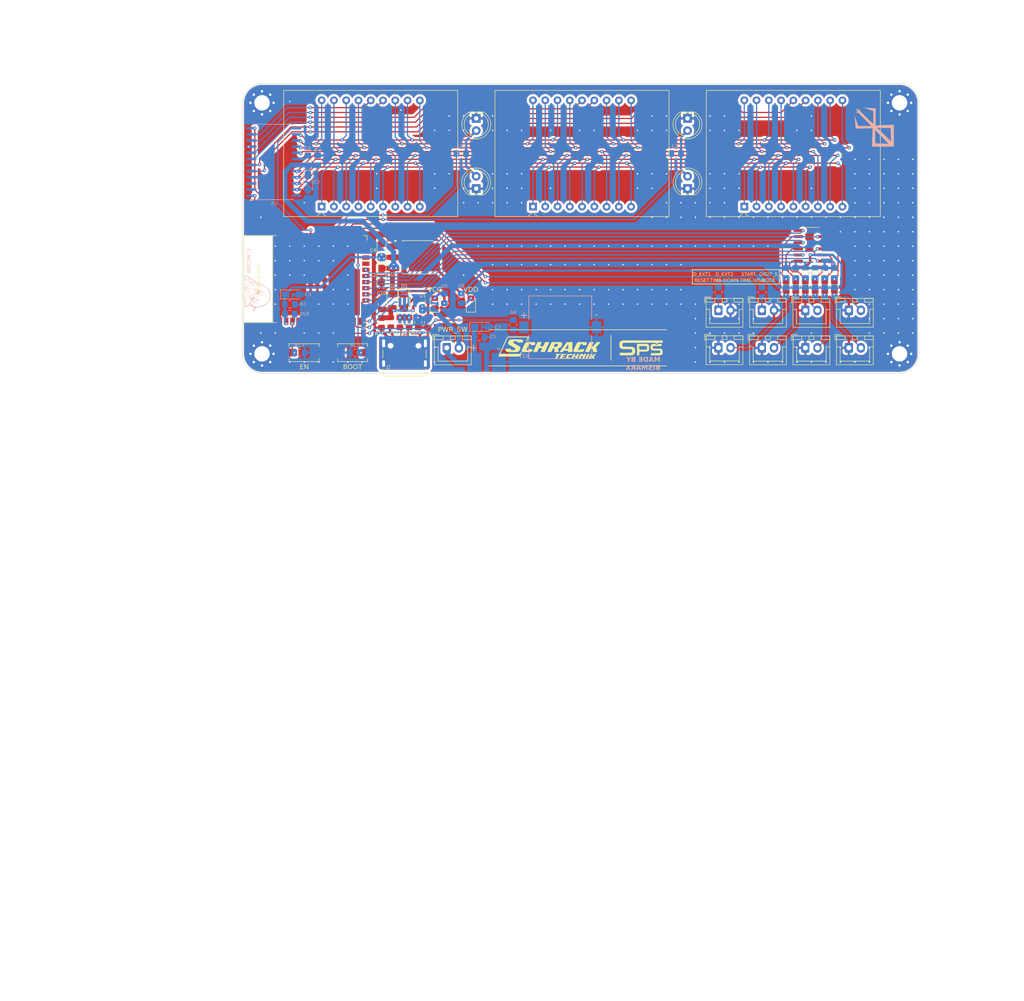
<source format=kicad_pcb>
(kicad_pcb (version 20240108) (generator "pcbnew") (generator_version "8.0")
  (title_block (title "SchrackCounter") (date "2024-08-29") (rev "v0.0.4") (company "SPS na Proseku") (comment 1 "SchrackTechink") (comment 3 "Made by Bismarx (Savva Popov)"))
  (layers (0 "F.Cu" signal) (1 "In1.Cu" power) (2 "In2.Cu" power) (31 "B.Cu" signal) (34 "B.Paste" user) (35 "F.Paste" user) (36 "B.SilkS" user "B.Silkscreen") (37 "F.SilkS" user "F.Silkscreen") (38 "B.Mask" user) (39 "F.Mask" user) (44 "Edge.Cuts" user))
  (net 0 "")
  (net 1 "GND")
  (net 2 "VBATT")
  (net 3 "Net-(BZ1-+)")
  (net 4 "+5V")
  (net 5 "+3V3")
  (net 6 "/CONNECTIVITY/SHLD")
  (net 7 "VBUS 5V")
  (net 8 "Net-(C11-Pad2)")
  (net 9 "Net-(C12-Pad2)")
  (net 10 "Net-(C13-Pad2)")
  (net 11 "EN")
  (net 12 "Net-(C15-Pad2)")
  (net 13 "Net-(C16-Pad2)")
  (net 14 "Net-(C17-Pad2)")
  (net 15 "BOOT")
  (net 16 "Net-(D1-A)")
  (net 17 "Net-(F1-Pad2)")
  (net 18 "Net-(D_EXT1-Pin_1)")
  (net 19 "Net-(D_EXT2-Pin_1)")
  (net 20 "D- IN")
  (net 22 "D+ IN")
  (net 26 "Net-(U5-ISET)")
  (net 27 "AUX1")
  (net 28 "AUX2")
  (net 29 "BZ1_PWM")
  (net 30 "Net-(R10-Pad2)")
  (net 31 "COLON_1")
  (net 32 "COLON_2")
  (net 33 "/MECHANICS/MD")
  (net 34 "DIG_1")
  (net 35 "SEG_E")
  (net 36 "SEG_G")
  (net 37 "DIG_0")
  (net 38 "SEG_DP")
  (net 39 "SEG_A")
  (net 40 "SEG_B")
  (net 41 "SEG_F")
  (net 42 "SEG_C")
  (net 43 "SEG_D")
  (net 44 "DIG_4")
  (net 45 "DIG_5")
  (net 46 "DIG_2")
  (net 47 "DIG_3")
  (net 48 "~{CS}")
  (net 49 "CLK")
  (net 53 "MOSI")
  (net 57 "D+")
  (net 61 "RX")
  (net 62 "D-")
  (net 63 "TX")
  (net 68 "TIME_DOWN")
  (net 69 "/MECHANICS/TD")
  (net 70 "MODE")
  (net 71 "RESET")
  (net 72 "DIGIT_SELECT")
  (net 73 "TIME_UP")
  (net 74 "VBATT_OUT")
  (net 75 "/MECHANICS/DGT")
  (net 76 "START{slash}STOP")
  (net 77 "/MECHANICS/TU")
  (net 78 "/MECHANICS/RST")
  (net 79 "Net-(D6-A)")
  (net 80 "Net-(D3-A)")
  (net 81 "Net-(D4-A)")
  (net 82 "Net-(D8-A)")
  (net 83 "/MECHANICS/STRT")
  (net 91 "Net-(R11-Pad2)")
  (footprint "Fuse:Fuse_0805_2012Metric" (layer "F.Cu") (at 153.47 108.28 -90)
    (property "Reference" "F1")
    (property "Value" "Polyfuse/50R")
  )
  (footprint "MountingHole:MountingHole_3.2mm_M3_Pad_Via" (layer "F.Cu") (at 258.82 62.83 90)
    (property "Reference" "H2" (hide yes))
    (property "Value" "Mounting Hole M3")
  )
  (footprint "Diode_SMD:D_1206_3216Metric_Pad1.42x1.75mm_HandSolder" (layer "F.Cu") (at 153.82 103.93 -90)
    (property "Reference" "D2")
    (property "Value" "D_Schottky")
  )
  (footprint "LED_SMD:LED_0805_2012Metric_Pad1.15x1.40mm_HandSolder" (layer "F.Cu") (at 162.57 104.33 90)
    (property "Reference" "D4" (hide yes))
    (property "Value" "LED")
  )
  (footprint "Button_Switch_SMD:SW_SPST_EVQPE1" (layer "F.Cu") (at 135.5325 114.58 180)
    (property "Reference" "SW8" (hide yes))
    (property "Value" "SW_Push")
  )
  (footprint "MountingHole:MountingHole_3.2mm_M3_Pad_Via" (layer "F.Cu") (at 126.82 114.83 90)
    (property "Reference" "H3" (hide yes))
    (property "Value" "Mounting Hole M3")
  )
  (footprint "sumec_brd:HRO_TYPE-C-31-M-12" (layer "F.Cu") (at 156.32 116.83)
    (property "Reference" "J1")
    (property "Value" "TYPE-C-31-M-12 (USB C CONN)")
  )
  (footprint "Connector_JST:JST_XH_B2B-XH-A_1x02_P2.50mm_Vertical" (layer "F.Cu") (at 230.32 113.58)
    (property "Reference" "SW4" (hide yes))
    (property "Value" "SW_Push")
  )
  (footprint "Resistor_SMD:R_0805_2012Metric_Pad1.20x1.40mm_HandSolder" (layer "F.Cu") (at 237.32 100.83 -90)
    (property "Reference" "R19" (hide yes))
    (property "Value" "10k")
  )
  (footprint "Schrack_brd:WENRUN_LDD080x_7segment_2dig" (layer "F.Cu") (at 131.42 86.28)
    (property "Reference" "U2" (hide yes))
    (property "Value" "LDD080AUE-101A")
  )
  (footprint "Schrack_brd:WENRUN_LDD080x_7segment_2dig" (layer "F.Cu") (at 218.92 86.28)
    (property "Reference" "U4" (hide yes))
    (property "Value" "LDD080AUE-101A")
  )
  (footprint "Capacitor_SMD:C_0805_2012Metric_Pad1.18x1.45mm_HandSolder" (layer "F.Cu") (at 161.17 108.33 -90)
    (property "Reference" "C9")
    (property "Value" "100nF")
  )
  (footprint "LED_THT:LED_D5.0mm" (layer "F.Cu") (at 171.17 66.05 -90)
    (property "Reference" "D6" (hide yes))
    (property "Value" "LED")
  )
  (footprint "Resistor_SMD:R_0805_2012Metric_Pad1.20x1.40mm_HandSolder" (layer "F.Cu") (at 245.32 100.83 -90)
    (property "Reference" "R25" (hide yes))
    (property "Value" "10k")
  )
  (footprint "MountingHole:MountingHole_3.2mm_M3_Pad_Via" (layer "F.Cu") (at 126.82 62.83 90)
    (property "Reference" "H1" (hide yes))
    (property "Value" "Mounting Hole M3")
  )
  (footprint "Connector_JST:JST_XH_B2B-XH-A_1x02_P2.50mm_Vertical" (layer "F.Cu") (at 239.32 105.83)
    (property "Reference" "SW7" (hide yes))
    (property "Value" "SW_Push")
  )
  (footprint "Resistor_SMD:R_0805_2012Metric_Pad1.20x1.40mm_HandSolder" (layer "F.Cu") (at 235.32 100.83 -90)
    (property "Reference" "R24" (hide yes))
    (property "Value" "10k")
  )
  (footprint "Resistor_SMD:R_0805_2012Metric_Pad1.20x1.40mm_HandSolder" (layer "F.Cu") (at 243.32 100.83 -90)
    (property "Reference" "R17" (hide yes))
    (property "Value" "10k")
  )
  (footprint "Button_Switch_SMD:SW_SPST_EVQPE1" (layer "F.Cu") (at 145.57 114.58)
    (property "Reference" "SW9" (hide yes))
    (property "Value" "SW_Push")
  )
  (footprint "PCM_Espressif:ESP32-S3-WROOM-1" (layer "F.Cu") (at 138.82 99.33 90)
    (property "Reference" "U6")
    (property "Value" "ESP32-S3-WROOM-1")
  )
  (footprint "Connector_JST:JST_XH_B2B-XH-A_1x02_P2.50mm_Vertical" (layer "F.Cu") (at 248.32 113.58)
    (property "Reference" "SW2" (hide yes))
    (property "Value" "SW_Push")
  )
  (footprint "Connector_JST:JST_XH_B2B-XH-A_1x02_P2.50mm_Vertical" (layer "F.Cu") (at 239.32 113.58)
    (property "Reference" "SW3" (hide yes))
    (property "Value" "SW_Push")
  )
  (footprint "Package_TO_SOT_SMD:SOT-23-3" (layer "F.Cu") (at 159.07 104.33 90)
    (property "Reference" "Q1")
    (property "Value" "Q_PMOS")
  )
  (footprint "MountingHole:MountingHole_3.2mm_M3_Pad_Via" (layer "F.Cu") (at 258.82 114.83 90)
    (property "Reference" "H4" (hide yes))
    (property "Value" "Mounting Hole M3")
  )
  (footprint "Resistor_SMD:R_0805_2012Metric_Pad1.20x1.40mm_HandSolder" (layer "F.Cu") (at 159.17 108.33 90)
    (property "Reference" "R5")
    (property "Value" "100k")
  )
  (footprint "LED_THT:LED_D5.0mm" (layer "F.Cu") (at 214.92 80.59 90)
    (property "Reference" "D9" (hide yes))
    (property "Value" "LED")
  )
  (footprint "sumec_graphic:SCHRACK_LOGO_IMG" (layer "F.Cu") (at 186.32 113.58)
    (property "Reference" "TP2" (hide yes))
    (property "Value" "TestPoint" (hide yes))
  )
  (footprint "Schrack_brd:WENRUN_LDD080x_7segment_2dig" (layer "F.Cu") (at 175.17 86.28)
    (property "Reference" "U3" (hide yes))
    (property "Value" "LDD080AUE-101A")
  )
  (footprint "sumec_graphic:SPS_LOGO_IMG" (layer "F.Cu") (at 205.07 113.33)
    (property "Reference" "TP1" (hide yes))
    (property "Value" "TestPoint" (hide yes))
  )
  (footprint "Resistor_SMD:R_0805_2012Metric_Pad1.20x1.40mm_HandSolder" (layer "F.Cu") (at 155.37 108.33 90)
    (property "Reference" "R11")
    (property "Value" "15R")
  )
  (footprint "LED_THT:LED_D5.0mm" (layer "F.Cu") (at 214.92 66.05 -90)
    (property "Reference" "D8" (hide yes))
    (property "Value" "LED")
  )
  (footprint "Package_TO_SOT_SMD:TO-252-3_TabPin2" (layer "F.Cu") (at 159.1725 94.83)
    (property "Reference" "U1")
    (property "Value" "LM1117DT-3.3")
  )
  (footprint "Connector_JST:JST_XH_B2B-XH-A_1x02_P2.50mm_Vertical" (layer "F.Cu") (at 248.32 105.805)
    (property "Reference" "SW6" (hide yes))
    (property "Value" "SW_Push")
  )
  (footprint "Resistor_SMD:R_0805_2012Metric_Pad1.20x1.40mm_HandSolder" (layer "F.Cu") (at 239.3 100.83 -90)
    (property "Reference" "R26" (hide yes))
    (property "Value" "10k")
  )
  (footprint "Resistor_SMD:R_0805_2012Metric_Pad1.20x1.40mm_HandSolder" (layer "F.Cu") (at 151.57 108.4 -90)
    (property "Reference" "R1")
    (property "Value" "10k")
  )
  (footprint "Diode_SMD:D_1206_3216Metric_Pad1.42x1.75mm_HandSolder" (layer "F.Cu") (at 156.17 103.93 -90)
    (property "Reference" "D1")
    (property "Value" "D_Schottky")
  )
  (footprint "Resistor_SMD:R_0805_2012Metric_Pad1.20x1.40mm_HandSolder" (layer "F.Cu") (at 241.32 100.83 -90)
    (property "Reference" "R18" (hide yes))
    (property "Value" "10k")
  )
  (footprint "Resistor_SMD:R_0805_2012Metric_Pad1.20x1.40mm_HandSolder" (layer "F.Cu") (at 157.27 108.33 90)
    (property "Reference" "R10")
    (property "Value" "15R")
  )
  (footprint "LED_SMD:LED_0805_2012Metric_Pad1.15x1.40mm_HandSolder" (layer "F.Cu") (at 170.07 104.33 90)
    (property "Reference" "D3" (hide yes))
    (property "Value" "LED")
  )
  (footprint "LED_THT:LED_D5.0mm" (layer "F.Cu") (at 171.17 80.59 90)
    (property "Reference" "D7" (hide yes))
    (property "Value" "LED")
  )
  (footprint "Connector_JST:JST_XH_B2B-XH-A_1x02_P2.50mm_Vertical" (layer "F.Cu") (at 230.32 105.805)
    (property "Reference" "D_EXT2" (hide yes))
    (property "Value" "Conn_01x02_Pin")
  )
  (footprint "Capacitor_SMD:C_0805_2012Metric_Pad1.18x1.45mm_HandSolder" (layer "F.Cu") (at 151.57 104.58 90)
    (property "Reference" "C10")
    (property "Value" "100nF")
  )
  (footprint "Connector_JST:JST_XH_B2B-XH-A_1x02_P2.50mm_Vertical" (layer "F.Cu") (at 221.32 105.805)
    (property "Reference" "D_EXT1" (hide yes))
    (property "Value" "Conn_01x02_Pin")
  )
  (footprint "Capacitor_Tantalum_SMD:CP_EIA-3216-18_Kemet-A_Pad1.58x1.35mm_HandSolder" (layer "F.Cu") (at 151.57 98.58 -90)
    (property "Reference" "C2")
    (property "Value" "10uF")
  )
  (footprint "Capacitor_Tantalum_SMD:CP_EIA-3216-18_Kemet-A_Pad1.58x1.35mm_HandSolder" (layer "F.Cu") (at 151.57 93.3925 90)
    (property "Reference" "C4")
    (property "Value" "10uF")
  )
  (footprint "Connector_JST:JST_XH_B2B-XH-A_1x02_P2.50mm_Vertical" (layer "F.Cu") (at 221.32 113.555)
    (property "Reference" "SW5" (hide yes))
    (property "Value" "SW_Push")
  )
  (footprint "Connector_JST:JST_XH_B2B-XH-A_1x02_P2.50mm_Vertical" (layer "F.Cu") (at 165.07 113.58)
    (property "Reference" "SW1" (hide yes))
    (property "Value" "SW_SPST")
  )
  (footprint "Package_SO:SOIC-14_3.9x8.7mm_P1.27mm" (layer "F.Cu") (at 240.32 93.08 180)
    (property "Reference" "U8")
    (property "Value" "74HC14")
  )
  (footprint "Capacitor_SMD:C_0805_2012Metric_Pad1.18x1.45mm_HandSolder" (layer "B.Cu") (at 138.32 74.7675 90)
    (property "Reference" "C6")
    (property "Value" "100nF")
  )
  (footprint "Resistor_SMD:R_0805_2012Metric_Pad1.20x1.40mm_HandSolder" (layer "B.Cu") (at 235.34 102.08 90)
    (property "Reference" "R21" (hide yes))
    (property "Value" "10k")
  )
  (footprint "Capacitor_SMD:C_0805_2012Metric_Pad1.18x1.45mm_HandSolder" (layer "B.Cu") (at 245.32 98.08 -90)
    (property "Reference" "C16" (hide yes))
    (property "Value" "100nF")
  )
  (footprint "Package_TO_SOT_SMD:TSOT-23-6_HandSoldering" (layer "B.Cu") (at 156.32 105.83 90)
    (property "Reference" "U7")
    (property "Value" "USBLC6-2SC6")
  )
  (footprint "Schrack_brd:BUZZER_CUI_CPT" (layer "B.Cu") (at 188.57 109.33 -90)
    (property "Reference" "BZ1")
    (property "Value" "Buzzer")
  )
  (footprint "Capacitor_SMD:C_0805_2012Metric_Pad1.18x1.45mm_HandSolder" (layer "B.Cu") (at 146.07 114.58 180)
    (property "Reference" "C18")
    (property "Value" "100nF")
  )
  (footprint "Capacitor_Tantalum_SMD:CP_EIA-3216-18_Kemet-A_Pad1.58x1.35mm_HandSolder" (layer "B.Cu") (at 136.32 79.2675 -90)
    (property "Reference" "C5")
    (property "Value" "10uF")
  )
  (footprint "Resistor_SMD:R_0805_2012Metric_Pad1.20x1.40mm_HandSolder" (layer "B.Cu") (at 237.34 102.08 90)
    (property "Reference" "R16" (hide yes))
    (property "Value" "10k")
  )
  (footprint "Resistor_SMD:R_0805_2012Metric_Pad1.20x1.40mm_HandSolder" (layer "B.Cu") (at 245.34 102.08 90)
    (property "Reference" "R22" (hide yes))
    (property "Value" "10k")
  )
  (footprint "Capacitor_SMD:C_0805_2012Metric_Pad1.18x1.45mm_HandSolder" (layer "B.Cu") (at 239.32 98.08 -90)
    (property "Reference" "C17" (hide yes))
    (property "Value" "100nF")
  )
  (footprint "Schrack_brd:SOLDER_PADS" (layer "B.Cu") (at 173.32 118.08)
    (property "Reference" "BTss1" (hide yes))
    (property "Value" "Battery")
  )
  (footprint "Capacitor_SMD:C_0805_2012Metric_Pad1.18x1.45mm_HandSolder" (layer "B.Cu") (at 235.32 98.08 -90)
    (property "Reference" "C15" (hide yes))
    (property "Value" "100nF")
  )
  (footprint "Resistor_SMD:R_0805_2012Metric_Pad1.20x1.40mm_HandSolder" (layer "B.Cu") (at 230.32 102.08 90)
    (property "Reference" "R4")
    (property "Value" "220R")
  )
  (footprint "Resistor_SMD:R_0805_2012Metric_Pad1.20x1.40mm_HandSolder" (layer "B.Cu") (at 243.34 102.08 90)
    (property "Reference" "R14" (hide yes))
    (property "Value" "10k")
  )
  (footprint "Capacitor_SMD:C_0805_2012Metric_Pad1.18x1.45mm_HandSolder" (layer "B.Cu") (at 134.57 114.58)
    (property "Reference" "C14")
    (property "Value" "100nF")
  )
  (footprint "Package_SO:SOP-24_7.5x15.4mm_P1.27mm" (layer "B.Cu") (at 129.32 75.08)
    (property "Reference" "U5")
    (property "Value" "MAX7219")
  )
  (footprint "Resistor_SMD:R_0805_2012Metric_Pad1.20x1.40mm_HandSolder" (layer "B.Cu") (at 136.32 74.7675 90)
    (property "Reference" "R2")
    (property "Value" "10k")
  )
  (footprint "Resistor_SMD:R_0805_2012Metric_Pad1.20x1.40mm_HandSolder" (layer "B.Cu") (at 178.82 108.83 -90)
    (property "Reference" "R6")
    (property "Value" "0R")
  )
  (footprint "Resistor_SMD:R_0805_2012Metric_Pad1.20x1.40mm_HandSolder" (layer "B.Cu") (at 168.07 73.33)
    (property "Reference" "R12")
    (property "Value" "220R")
  )
  (footprint "sumec_graphic:BRAND_BERSERK" (layer "B.Cu") (at 251.487848 65.729904 -135)
    (property "Reference" "TP3" (hide yes))
    (property "Value" "TestPoint" (hide yes))
  )
  (footprint "Capacitor_SMD:C_0805_2012Metric_Pad1.18x1.45mm_HandSolder" (layer "B.Cu") (at 243.32 98.08 -90)
    (property "Reference" "C11" (hide yes))
    (property "Value" "100nF")
  )
  (footprint "Capacitor_SMD:C_0805_2012Metric_Pad1.18x1.45mm_HandSolder" (layer "B.Cu") (at 241.32 98.08 -90)
    (property "Reference" "C12" (hide yes))
    (property "Value" "100nF")
  )
  (footprint "Resistor_SMD:R_0805_2012Metric_Pad1.20x1.40mm_HandSolder" (layer "B.Cu") (at 239.32 102.08 90)
    (property "Reference" "R23" (hide yes))
    (property "Value" "10k")
  )
  (footprint "Capacitor_Tantalum_SMD:CP_EIA-3216-18_Kemet-A_Pad1.58x1.35mm_HandSolder" (layer "B.Cu") (at 133.12 102.53)
    (property "Reference" "C7")
    (property "Value" "10uF")
  )
  (footprint "Resistor_SMD:R_0805_2012Metric_Pad1.20x1.40mm_HandSolder" (layer "B.Cu") (at 221.32 102.08 90)
    (property "Reference" "R3")
    (property "Value" "220R")
  )
  (footprint "Capacitor_SMD:C_0805_2012Metric_Pad1.18x1.45mm_HandSolder" (layer "B.Cu") (at 171.82 111.33)
    (property "Reference" "C3")
    (property "Value" "100nF")
  )
  (footprint "sumec_graphic:BOCCHI_IMG" (layer "B.Cu") (at 132.217224 102.460626 90)
    (property "Reference" "TP4" (hide yes))
    (property "Value" "TestPoint" (hide yes))
  )
  (footprint "Capacitor_SMD:C_0805_2012Metric_Pad1.18x1.45mm_HandSolder" (layer "B.Cu") (at 132.57 104.58)
    (property "Reference" "C8")
    (property "Value" "100nF")
  )
  (footprint "Resistor_SMD:R_0805_2012Metric_Pad1.20x1.40mm_HandSolder" (layer "B.Cu") (at 168.07 103.355 -90)
    (property "Reference" "R7")
    (property "Value" "220R")
  )
  (footprint "Resistor_SMD:R_0805_2012Metric_Pad1.20x1.40mm_HandSolder" (layer "B.Cu") (at 164.57 103.355 90)
    (property "Reference" "R8")
    (property "Value" "220R")
  )
  (footprint "Capacitor_Tantalum_SMD:CP_EIA-3216-18_Kemet-A_Pad1.58x1.35mm_HandSolder" (layer "B.Cu") (at 172.32 109.23)
    (property "Reference" "C1")
    (property "Value" "10uF")
  )
  (footprint "Resistor_SMD:R_0805_2012Metric_Pad1.20x1.40mm_HandSolder" (layer "B.Cu") (at 132.57 106.58 180)
    (property "Reference" "R20")
    (property "Value" "10k")
  )
  (footprint "Capacitor_SMD:C_0805_2012Metric_Pad1.18x1.45mm_HandSolder" (layer "B.Cu") (at 237.32 98.08 -90)
    (property "Reference" "C13" (hide yes))
    (property "Value" "100nF")
  )
  (footprint "Resistor_SMD:R_0805_2012Metric_Pad1.20x1.40mm_HandSolder" (layer "B.Cu") (at 212.57 73.33)
    (property "Reference" "R13")
    (property "Value" "220R")
  )
  (footprint "Resistor_SMD:R_0805_2012Metric_Pad1.20x1.40mm_HandSolder" (layer "B.Cu") (at 241.34 102.08 90)
    (property "Reference" "R15" (hide yes))
    (property "Value" "10k")
  )
  (gr_poly (pts (xy 153.82 95.83) (xy 154.32 95.83) (xy 155.07 96.58) (xy 155.07 97.08) (xy 154.82 97.33) (xy 153.32 97.33) (xy 153.07 97.08) (xy 153.07 96.58)) (stroke (width 0.2)) (fill solid) (layer "B.Cu") (net 4))
  (gr_poly (pts (xy 159.42 104.905) (xy 159.42 106.155) (xy 159.67 106.405) (xy 160.42 106.405) (xy 160.92 105.905) (xy 160.92 105.155) (xy 160.42 104.655) (xy 159.67 104.655)) (stroke (width 0.2)) (fill solid) (layer "B.Cu") (net 74))
  (gr_poly (pts (xy 150.82 94.33) (xy 151.07 94.08) (xy 152.07 94.08) (xy 152.32 94.33) (xy 152.32 95.33) (xy 152.07 95.58) (xy 151.07 95.58) (xy 150.82 95.33)) (stroke (width 0.2)) (fill solid) (layer "B.Cu") (net 5))
  (gr_line (start 199.07 116.18) (end 199.07 110.98) (stroke (width 0.15)) (layer "F.SilkS"))
  (gr_line (start 173.82 117.33) (end 210.57 117.33) (stroke (width 0.15)) (layer "F.SilkS"))
  (gr_rect (start 215.92 97.38) (end 233.92 100.38) (stroke (width 0.15)) (fill none) (layer "F.SilkS"))
  (gr_line (start 173.82 109.83) (end 210.57 109.83) (stroke (width 0.15)) (layer "F.SilkS"))
  (gr_line (start 258.82 58.83) (end 126.82 58.83) (stroke (width 0.1)) (layer "Edge.Cuts"))
  (gr_line (start 126.82 118.83) (end 258.82 118.83) (stroke (width 0.1)) (layer "Edge.Cuts"))
  (gr_arc (start 126.82 118.83) (mid 123.991573 117.658427) (end 122.82 114.83) (stroke (width 0.1)) (layer "Edge.Cuts"))
  (gr_arc (start 258.82 58.83) (mid 261.648427 60.001573) (end 262.82 62.83) (stroke (width 0.1)) (layer "Edge.Cuts"))
  (gr_arc (start 122.82 62.83) (mid 123.991573 60.001573) (end 126.82 58.83) (stroke (width 0.1)) (layer "Edge.Cuts"))
  (gr_arc (start 262.82 114.83) (mid 261.648427 117.658427) (end 258.82 118.83) (stroke (width 0.1)) (layer "Edge.Cuts"))
  (gr_line (start 122.82 62.83) (end 122.82 114.83) (stroke (width 0.1)) (layer "Edge.Cuts"))
  (gr_line (start 262.82 114.83) (end 262.82 62.83) (stroke (width 0.1)) (layer "Edge.Cuts"))
  (gr_text "BOCCHI :3" (at 123.57 98.08 -90) (layer "B.SilkS") (effects (font (size 0.7 0.7)) (justify left bottom mirror)))
  (gr_text "MADE BY\nBISMARX" (at 209.32 118.33 0) (layer "B.SilkS") (effects (font (size 1 1) (thickness 0.25) (bold yes)) (justify left bottom mirror)))
  (gr_text "TIME-UP" (at 227.795 99.63 0) (layer "F.SilkS") (effects (font (size 0.7 0.7))))
  (gr_text "DIGIT_S" (at 231.67 98.38 0) (layer "F.SilkS") (effects (font (size 0.7 0.7))))
  (gr_text "START" (at 227.545 98.38 0) (layer "F.SilkS") (effects (font (size 0.7 0.7))))
  (gr_text "RESET" (at 217.92 99.63 0) (layer "F.SilkS") (effects (font (size 0.7 0.7))))
  (gr_text "TIME-DOWN" (at 222.545 99.63 0) (layer "F.SilkS") (effects (font (size 0.7 0.7))))
  (gr_text "BOOT" (at 145.57 117.58 0) (layer "F.SilkS") (effects (font (size 1 1) (thickness 0.125))))
  (gr_text "D_EXT2" (at 222.545 98.38 0) (layer "F.SilkS") (effects (font (size 0.7 0.7))))
  (gr_text "D_EXT1" (at 217.92 98.38 0) (layer "F.SilkS") (effects (font (size 0.7 0.7))))
  (gr_text "MODE" (at 231.67 99.63 0) (layer "F.SilkS") (effects (font (size 0.7 0.7))))
  (gr_text "VCC" (at 162.57 101.58 0) (layer "F.SilkS") (effects (font (size 1 1) (thickness 0.125))))
  (gr_text "PWR_SW" (at 166.32 109.83 0) (layer "F.SilkS") (effects (font (size 1 1) (thickness 0.125))))
  (gr_text "VDD" (at 170.07 101.58 0) (layer "F.SilkS") (effects (font (size 1 1) (thickness 0.125))))
  (gr_text "EN" (at 135.57 117.58 0) (layer "F.SilkS") (effects (font (size 1 1) (thickness 0.125))))
  (segment (start 153.12 111.99) (end 153.12 111.63) (width 0.5) (layer "F.Cu") (net 1))
  (segment (start 159.52 110.482013) (end 159.52 111.99) (width 0.5) (layer "F.Cu") (net 1))
  (segment (start 151.57 110.08) (end 151.57 109.4) (width 0.5) (layer "F.Cu") (net 1))
  (segment (start 153.12 111.63) (end 151.57 110.08) (width 0.5) (layer "F.Cu") (net 1))
  (via (at 225.57 77.53) (size 0.7) (drill 0.3) (layers "F.Cu" "B.Cu") (net 1))
  (via (at 231.57 116.53) (size 0.7) (drill 0.3) (layers "F.Cu" "B.Cu") (net 1))
  (via (at 207.57 86.53) (size 0.7) (drill 0.3) (layers "F.Cu" "B.Cu") (net 1))
  (via (at 261.57 89.53) (size 0.7) (drill 0.3) (layers "F.Cu" "B.Cu") (net 1))
  (via (at 216.57 92.53) (size 0.7) (drill 0.3) (layers "F.Cu" "B.Cu") (net 1))
  (via (at 171.57 83.53) (size 0.7) (drill 0.3) (layers "F.Cu" "B.Cu") (net 1))
  (via (at 150.57 80.53) (size 0.7) (drill 0.3) (layers "F.Cu" "B.Cu") (net 1))
  (via (at 231.57 92.53) (size 0.7) (drill 0.3) (layers "F.Cu" "B.Cu") (net 1))
  (via (at 249.57 101.53) (size 0.7) (drill 0.3) (layers "F.Cu" "B.Cu") (net 1))
  (via (at 201.57 96.33) (size 0.7) (drill 0.3) (layers "F.Cu" "B.Cu") (net 1))
  (via (at 222.57 92.53) (size 0.7) (drill 0.3) (layers "F.Cu" "B.Cu") (net 1))
  (via (at 255.57 95.53) (size 0.7) (drill 0.3) (layers "F.Cu" "B.Cu") (net 1))
  (via (at 135.57 98.53) (size 0.7) (drill 0.3) (layers "F.Cu" "B.Cu") (net 1))
  (via (at 204.57 96.33) (size 0.7) (drill 0.3) (layers "F.Cu" "B.Cu") (net 1))
  (via (at 165.57 77.53) (size 0.7) (drill 0.3) (layers "F.Cu" "B.Cu") (net 1))
  (via (at 249.57 89.53) (size 0.7) (drill 0.3) (layers "F.Cu" "B.Cu") (net 1))
  (via (at 234.57 116.53) (size 0.7) (drill 0.3) (layers "F.Cu" "B.Cu") (net 1))
  (via (at 174.57 68.53) (size 0.7) (drill 0.3) (layers "F.Cu" "B.Cu") (net 1))
  (via (at 219.57 68.53) (size 0.7) (drill 0.3) (layers "F.Cu" "B.Cu") (net 1))
  (via (at 252.57 86.53) (size 0.7) (drill 0.3) (layers "F.Cu" "B.Cu") (net 1))
  (via (at 210.57 83.53) (size 0.7) (drill 0.3) (layers "F.Cu" "B.Cu") (net 1))
  (via (at 261.57 77.53) (size 0.7) (drill 0.3) (layers "F.Cu" "B.Cu") (net 1))
  (via (at 219.57 77.53) (size 0.7) (drill 0.3) (layers "F.Cu" "B.Cu") (net 1))
  (via (at 258.57 86.53) (size 0.7) (drill 0.3) (layers "F.Cu" "B.Cu") (net 1))
  (via (at 219.57 86.53) (size 0.7) (drill 0.3) (layers "F.Cu" "B.Cu") (net 1))
  (via (at 155.57 64.33) (size 0.7) (drill 0.3) (layers "F.Cu" "B.Cu") (net 1))
  (via (at 255.57 86.53) (size 0.7) (drill 0.3) (layers "F.Cu" "B.Cu") (net 1))
  (via (at 129.57 98.53) (size 0.7) (drill 0.3) (layers "F.Cu" "B.Cu") (net 1))
  (via (at 135.57 83.53) (size 0.7) (drill 0.3) (layers "F.Cu" "B.Cu") (net 1))
  (via (at 228.57 116.53) (size 0.7) (drill 0.3) (layers "F.Cu" "B.Cu") (net 1))
  (via (at 225.57 80.53) (size 0.7) (drill 0.3) (layers "F.Cu" "B.Cu") (net 1))
  (via (at 198.57 104.53) (size 0.7) (drill 0.3) (layers "F.Cu" "B.Cu") (net 1))
  (via (at 177.57 83.53) (size 0.7) (drill 0.3) (layers "F.Cu" "B.Cu") (net 1))
  (via (at 213.57 101.53) (size 0.7) (drill 0.3) (layers "F.Cu" "B.Cu") (net 1))
  (via (at 126.57 110.53) (size 0.7) (drill 0.3) (layers "F.Cu" "B.Cu") (net 1))
  (via (at 243.57 86.53) (size 0.7) (drill 0.3) (layers "F.Cu" "B.Cu") (net 1))
  (via (at 144.57 92.53) (size 0.7) (drill 0.3) (layers "F.Cu" "B.Cu") (net 1))
  (via (at 249.57 83.53) (size 0.7) (drill 0.3) (layers "F.Cu" "B.Cu") (net 1))
  (via (at 219.57 83.53) (size 0.7) (drill 0.3) (layers "F.Cu" "B.Cu") (net 1))
  (via (at 222.57 83.53) (size 0.7) (drill 0.3) (layers "F.Cu" "B.Cu") (net 1))
  (via (at 225.57 116.53) (size 0.7) (drill 0.3) (layers "F.Cu" "B.Cu") (net 1))
  (via (at 171.57 92.53) (size 0.7) (drill 0.3) (layers "F.Cu" "B.Cu") (net 1))
  (via (at 162.57 80.53) (size 0.7) (drill 0.3) (layers "F.Cu" "B.Cu") (net 1))
  (via (at 249.57 98.53) (size 0.7) (drill 0.3) (layers "F.Cu" "B.Cu") (net 1))
  (via (at 228.57 86.53) (size 0.7) (drill 0.3) (layers "F.Cu" "B.Cu") (net 1))
  (via (at 210.57 104.53) (size 0.7) (drill 0.3) (layers "F.Cu" "B.Cu") (net 1))
  (via (at 183.57 92.53) (size 0.7) (drill 0.3) (layers "F.Cu" "B.Cu") (net 1))
  (via (at 180.57 83.53) (size 0.7) (drill 0.3) (layers "F.Cu" "B.Cu") (net 1))
  (via (at 210.57 68.53) (size 0.7) (drill 0.3) (layers "F.Cu" "B.Cu") (net 1))
  (via (at 162.57 77.53) (size 0.7) (drill 0.3) (layers "F.Cu" "B.Cu") (net 1))
  (via (at 255.57 98.53) (size 0.7) (drill 0.3) (layers "F.Cu" "B.Cu") (net 1))
  (via (at 261.57 74.53) (size 0.7) (drill 0.3) (layers "F.Cu" "B.Cu") (net 1))
  (via (at 183.57 101.53) (size 0.7) (drill 0.3) (layers "F.Cu" "B.Cu") (net 1))
  (via (at 129.57 101.53) (size 0.7) (drill 0.3) (layers "F.Cu" "B.Cu") (net 1))
  (via (at 252.57 92.53) (size 0.7) (drill 0.3) (layers "F.Cu" "B.Cu") (net 1))
  (via (at 213.57 83.53) (size 0.7) (drill 0.3) (layers "F.Cu" "B.Cu") (net 1))
  (via (at 165.57 68.53) (size 0.7) (drill 0.3) (layers "F.Cu" "B.Cu") (net 1))
  (via (at 222.57 110.53) (size 0.7) (drill 0.3) (layers "F.Cu" "B.Cu") (net 1))
  (via (at 222.57 77.53) (size 0.7) (drill 0.3) (layers "F.Cu" "B.Cu") (net 1))
  (via (at 231.57 86.53) (size 0.7) (drill 0.3) (layers "F.Cu" "B.Cu") (net 1))
  (via (at 144.57 98.53) (size 0.7) (drill 0.3) (layers "F.Cu" "B.Cu") (net 1))
  (via (at 240.57 65.53) (size 0.7) (drill 0.3) (layers "F.Cu" "B.Cu") (net 1))
  (via (at 207.57 80.53) (size 0.7) (drill 0.3) (layers "F.Cu" "B.Cu") (net 1))
  (via (at 216.57 110.53) (size 0.7) (drill 0.3) (layers "F.Cu" "B.Cu") (net 1))
  (via (at 249.57 92.53) (size 0.7) (drill 0.3) (layers "F.Cu" "B.Cu") (net 1))
  (via (at 129.57 110.53) (size 0.7) (drill 0.3) (layers "F.Cu" "B.Cu") (net 1))
  (via (at 258.57 98.53) (size 0.7) (drill 0.3) (layers "F.Cu" "B.Cu") (net 1))
  (via (at 249.57 80.53) (size 0.7) (drill 0.3) (layers "F.Cu" "B.Cu") (net 1))
  (via (at 138.57 110.53) (size 0.7) (drill 0.3) (layers "F.Cu" "B.Cu") (net 1))
  (via (at 168.57 68.53) (size 0.7) (drill 0.3) (layers "F.Cu" "B.Cu") (net 1))
  (via (at 162.57 68.53) (size 0.7) (drill 0.3) (layers "F.Cu" "B.Cu") (net 1))
  (via (at 141.57 95.53) (size 0.7) (drill 0.3) (layers "F.Cu" "B.Cu") (net 1))
  (via (at 252.57 107.53) (size 0.7) (drill 0.3) (layers "F.Cu" "B.Cu") (net 1))
  (via (at 174.57 80.53) (size 0.7) (drill 0.3) (layers "F.Cu" "B.Cu") (net 1))
  (via (at 261.57 95.53) (size 0.7) (drill 0.3) (layers "F.Cu" "B.Cu") (net 1))
  (via (at 252.57 74.53) (size 0.7) (drill 0.3) (layers "F.Cu" "B.Cu") (net 1))
  (via (at 228.57 110.53) (size 0.7) (drill 0.3) (layers "F.Cu" "B.Cu") (net 1))
  (via (at 258.57 104.53) (size 0.7) (drill 0.3) (layers "F.Cu" "B.Cu") (net 1))
  (via (at 151.72 110.43) (size 0.7) (drill 0.3) (layers "F.Cu" "B.Cu") (net 1))
  (via (at 180.57 68.53) (size 0.7) (drill 0.3) (layers "F.Cu" "B.Cu") (net 1))
  (via (at 129.57 104.53) (size 0.7) (drill 0.3) (layers "F.Cu" "B.Cu") (net 1))
  (via (at 129.57 92.53) (size 0.7) (drill 0.3) (layers "F.Cu" "B.Cu") (net 1))
  (via (at 180.57 96.33) (size 0.7) (drill 0.3) (layers "F.Cu" "B.Cu") (net 1))
  (via (at 237.57 86.53) (size 0.7) (drill 0.3) (layers "F.Cu" "B.Cu") (net 1))
  (via (at 132.57 98.53) (size 0.7) (drill 0.3) (layers "F.Cu" "B.Cu") (net 1))
  (via (at 177.57 96.33) (size 0.7) (drill 0.3) (layers "F.Cu" "B.Cu") (net 1))
  (via (at 261.57 83.53) (size 0.7) (drill 0.3) (layers "F.Cu" "B.Cu") (net 1))
  (via (at 237.57 113.53) (size 0.7) (drill 0.3) (layers "F.Cu" "B.Cu") (net 1))
  (via (at 210.57 101.53) (size 0.7) (drill 0.3) (layers "F.Cu" "B.Cu") (net 1))
  (via (at 201.57 92.53) (size 0.7) (drill 0.3) (layers "F.Cu" "B.Cu") (net 1))
  (via (at 201.57 101.53) (size 0.7) (drill 0.3) (layers "F.Cu" "B.Cu") (net 1))
  (via (at 258.57 80.53) (size 0.7) (drill 0.3) (layers "F.Cu" "B.Cu") (net 1))
  (via (at 177.57 104.53) (size 0.7) (drill 0.3) (layers "F.Cu" "B.Cu") (net 1))
  (via (at 207.57 104.53) (size 0.7) (drill 0.3) (layers "F.Cu" "B.Cu") (net 1))
  (via (at 141.57 92.53) (size 0.7) (drill 0.3) (layers "F.Cu" "B.Cu") (net 1))
  (via (at 228.57 107.53) (size 0.7) (drill 0.3) (layers "F.Cu" "B.Cu") (net 1))
  (via (at 216.57 113.53) (size 0.7) (drill 0.3) (layers "F.Cu" "B.Cu") (net 1))
  (via (at 135.57 116.53) (size 0.7) (drill 0.3) (layers "F.Cu" "B.Cu") (net 1))
  (via (at 252.57 95.53) (size 0.7) (drill 0.3) (layers "F.Cu" "B.Cu") (net 1))
  (via (at 138.57 95.53) (size 0.7) (drill 0.3) (layers "F.Cu" "B.Cu") (net 1))
  (via (at 234.57 86.53) (size 0.7) (drill 0.3) (layers "F.Cu" "B.Cu") (net 1))
  (via (at 249.57 74.53) (size 0.7) (drill 0.3) (layers "F.Cu" "B.Cu") (net 1))
  (via (at 216.57 107.53) (size 0.7) (drill 0.3) (layers "F.Cu" "B.Cu") (net 1))
  (via (at 219.57 107.53) (size 0.7) (drill 0.3) (layers "F.Cu" "B.Cu") (net 1))
  (via (at 222.57 68.53) (size 0.7) (drill 0.3) (layers "F.Cu" "B.Cu") (net 1))
  (via (at 192.57 92.53) (size 0.7) (drill 0.3) (layers "F.Cu" "B.Cu") (net 1))
  (via (at 252.57 80.53) (size 0.7) (drill 0.3) (layers "F.Cu" "B.Cu") (net 1))
  (via (at 198.57 96.33) (size 0.7) (drill 0.3) (layers "F.Cu" "B.Cu") (net 1))
  (via (at 219.57 116.53) (size 0.7) (drill 0.3) (layers "F.Cu" "B.Cu") (net 1))
  (via (at 168.57 98.53) (size 0.7) (drill 0.3) (layers "F.Cu" "B.Cu") (net 1))
  (via (at 159.07 107.33) (size 0.7) (drill 0.3) (layers "F.Cu" "B.Cu") (net 1))
  (via (at 246.57 86.53) (size 0.7) (drill 0.3) (layers "F.Cu" "B.Cu") (net 1))
  (via (at 186.57 101.53) (size 0.7) (drill 0.3) (layers "F.Cu" "B.Cu") (net 1))
  (via (at 258.57 110.53) (size 0.7) (drill 0.3) (layers "F.Cu" "B.Cu") (net 1))
  (via (at 174.57 104.53) (size 0.7) (drill 0.3) (layers "F.Cu" "B.Cu") (net 1))
  (via (at 126.57 86.53) (size 0.7) (drill 0.3) (layers "F.Cu" "B.Cu") (net 1))
  (via (at 255.57 89.53) (size 0.7) (drill 0.3) (layers "F.Cu" "B.Cu") (net 1))
  (via (at 213.57 104.53) (size 0.7) (drill 0.3) (layers "F.Cu" "B.Cu") (net 1))
  (via (at 183.57 96.33) (size 0.7) (drill 0.3) (layers "F.Cu" "B.Cu") (net 1))
  (via (at 195.57 101.53) (size 0.7) (drill 0.3) (layers "F.Cu" "B.Cu") (net 1))
  (via (at 246.57 113.53) (size 0.7) (drill 0.3) (layers "F.Cu" "B.Cu") (net 1))
  (via (at 252.57 98.53) (size 0.7) (drill 0.3) (layers "F.Cu" "B.Cu") (net 1))
  (via (at 207.57 92.53) (size 0.7) (drill 0.3) (layers "F.Cu" "B.Cu") (net 1))
  (via (at 255.57 74.53) (size 0.7) (drill 0.3) (layers "F.Cu" "B.Cu") (net 1))
  (via (at 141.57 110.53) (size 0.7) (drill 0.3) (layers "F.Cu" "B.Cu") (net 1))
  (via (at 261.57 104.53) (size 0.7) (drill 0.3) (layers "F.Cu" "B.Cu") (net 1))
  (via (at 261.57 86.53) (size 0.7) (drill 0.3) (layers "F.Cu" "B.Cu") (net 1))
  (via (at 159.52 110.482013) (size 0.7) (drill 0.3) (layers "F.Cu" "B.Cu") (net 1))
  (via (at 204.57 101.53) (size 0.7) (drill 0.3) (layers "F.Cu" "B.Cu") (net 1))
  (via (at 252.57 113.53) (size 0.7) (drill 0.3) (layers "F.Cu" "B.Cu") (net 1))
  (via (at 261.57 101.53) (size 0.7) (drill 0.3) (layers "F.Cu" "B.Cu") (net 1))
  (via (at 189.57 101.53) (size 0.7) (drill 0.3) (layers "F.Cu" "B.Cu") (net 1))
  (via (at 192.57 101.53) (size 0.7) (drill 0.3) (layers "F.Cu" "B.Cu") (net 1))
  (via (at 135.57 110.53) (size 0.7) (drill 0.3) (layers "F.Cu" "B.Cu") (net 1))
  (via (at 132.57 62.53) (size 0.7) (drill 0.3) (layers "F.Cu" "B.Cu") (net 1))
  (via (at 216.57 116.53) (size 0.7) (drill 0.3) (layers "F.Cu" "B.Cu") (net 1))
  (via (at 186.57 104.53) (size 0.7) (drill 0.3) (layers "F.Cu" "B.Cu") (net 1))
  (via (at 132.57 95.53) (size 0.7) (drill 0.3) (layers "F.Cu" "B.Cu") (net 1))
  (via (at 144.57 116.53) (size 0.7) (drill 0.3) (layers "F.Cu" "B.Cu") (net 1))
  (via (at 258.57 107.53) (size 0.7) (drill 0.3) (layers "F.Cu" "B.Cu") (net 1))
  (via (at 180.57 92.53) (size 0.7) (drill 0.3) (layers "F.Cu" "B.Cu") (net 1))
  (via (at 225.57 107.53) (size 0.7) (drill 0.3) (layers "F.Cu" "B.Cu") (net 1))
  (via (at 255.57 92.53) (size 0.7) (drill 0.3) (layers "F.Cu" "B.Cu") (net 1))
  (via (at 261.57 110.53) (size 0.7) (drill 0.3) (layers "F.Cu" "B.Cu") (net 1))
  (via (at 249.57 77.53) (size 0.7) (drill 0.3) (layers "F.Cu" "B.Cu") (net 1))
  (via (at 261.57 107.53) (size 0.7) (drill 0.3) (layers "F.Cu" "B.Cu") (net 1))
  (via (at 210.57 92.53) (size 0.7) (drill 0.3) (layers "F.Cu" "B.Cu") (net 1))
  (via (at 174.57 101.53) (size 0.7) (drill 0.3) (layers "F.Cu" "B.Cu") (net 1))
  (via (at 189.57 92.53) (size 0.7) (drill 0.3) (layers "F.Cu" "B.Cu") (net 1))
  (via (at 237.57 68.53) (size 0.7) (drill 0.3) (layers "F.Cu" "B.Cu") (net 1))
  (via (at 144.57 104.53) (size 0.7) (drill 0.3) (layers "F.Cu" "B.Cu") (net 1))
  (via (at 207.57 65.53) (size 0.7) (drill 0.3) (layers "F.Cu" "B.Cu") (net 1))
  (via (at 207.57 68.53) (size 0.7) (drill 0.3) (layers "F.Cu" "B.Cu") (net 1))
  (via (at 124.02 71.93) (size 0.7) (drill 0.3) (layers "F.Cu" "B.Cu") (net 1))
  (via (at 180.57 77.53) (size 0.7) (drill 0.3) (layers "F.Cu" "B.Cu") (net 1))
  (via (at 132.57 92.53) (size 0.7) (drill 0.3) (layers "F.Cu" "B.Cu") (net 1))
  (via (at 255.57 77.53) (size 0.7) (drill 0.3) (layers "F.Cu" "B.Cu") (net 1))
  (via (at 177.57 92.53) (size 0.7) (drill 0.3) (layers "F.Cu" "B.Cu") (net 1))
  (via (at 219.57 65.53) (size 0.7) (drill 0.3) (layers "F.Cu" "B.Cu") (net 1))
  (via (at 141.57 116.53) (size 0.7) (drill 0.3) (layers "F.Cu" "B.Cu") (net 1))
  (via (at 195.57 92.53) (size 0.7) (drill 0.3) (layers "F.Cu" "B.Cu") (net 1))
  (via (at 144.57 101.53) (size 0.7) (drill 0.3) (layers "F.Cu" "B.Cu") (net 1))
  (via (at 240.57 116.53) (size 0.7) (drill 0.3) (layers "F.Cu" "B.Cu") (net 1))
  (via (at 174.57 96.33) (size 0.7) (drill 0.3) (layers "F.Cu" "B.Cu") (net 1))
  (via (at 240.57 110.53) (size 0.7) (drill 0.3) (layers "F.Cu" "B.Cu") (net 1))
  (via (at 210.57 77.53) (size 0.7) (drill 0.3) (layers "F.Cu" "B.Cu") (net 1))
  (via (at 138.57 92.53) (size 0.7) (drill 0.3) (layers "F.Cu" "B.Cu") (net 1))
  (via (at 219.57 92.53) (size 0.7) (drill 0.3) (layers "F.Cu" "B.Cu") (net 1))
  (via (at 228.57 92.53) (size 0.7) (drill 0.3) (layers "F.Cu" "B.Cu") (net 1))
  (via (at 258.57 77.53) (size 0.7) (drill 0.3) (layers "F.Cu" "B.Cu") (net 1))
  (via (at 207.57 101.53) (size 0.7) (drill 0.3) (layers "F.Cu" "B.Cu") (net 1))
  (via (at 138.57 116.53) (size 0.7) (drill 0.3) (layers "F.Cu" "B.Cu") (net 1))
  (via (at 258.57 92.53) (size 0.7) (drill 0.3) (layers "F.Cu" "B.Cu") (net 1))
  (via (at 225.57 86.53) (size 0.7) (drill 0.3) (layers "F.Cu" "B.Cu") (net 1))
  (via (at 219.57 80.53) (size 0.7) (drill 0.3) (layers "F.Cu" "B.Cu") (net 1))
  (via (at 216.57 83.53) (size 0.7) (drill 0.3) (layers "F.Cu" "B.Cu") (net 1))
  (via (at 180.57 101.53) (size 0.7) (drill 0.3) (layers "F.Cu" "B.Cu") (net 1))
  (via (at 243.57 116.53) (size 0.7) (drill 0.3) (layers "F.Cu" "B.Cu") (net 1))
  (via (at 186.57 80.53) (size 0.7) (drill 0.3) (layers "F.Cu" "B.Cu") (net 1))
  (via (at 213.57 92.53) (size 0.7) (drill 0.3) (layers "F.Cu" "B.Cu") (net 1))
  (via (at 210.57 86.53) (size 0.7) (drill 0.3) (layers "F.Cu" "B.Cu") (net 1))
  (via (at 186.57 92.53) (size 0.7) (drill 0.3) (layers "F.Cu" "B.Cu") (net 1))
  (via (at 129.57 95.53) (size 0.7) (drill 0.3) (layers "F.Cu" "B.Cu") (net 1))
  (via (at 249.57 116.53) (size 0.7) (drill 0.3) (layers "F.Cu" "B.Cu") (net 1))
  (via (at 225.57 104.53) (size 0.7) (drill 0.3) (layers "F.Cu" "B.Cu") (net 1))
  (via (at 240.57 68.53) (size 0.7) (drill 0.3) (layers "F.Cu" "B.Cu") (net 1))
  (via (at 132.57 116.53) (size 0.7) (drill 0.3) (layers "F.Cu" "B.Cu") (net 1))
  (via (at 195.57 104.53) (size 0.7) (drill 0.3) (layers "F.Cu" "B.Cu") (net 1))
  (via (at 150.57 77.53) (size 0.7) (drill 0.3) (layers "F.Cu" "B.Cu") (net 1))
  (via (at 189.57 104.53) (size 0.7) (drill 0.3) (layers "F.Cu" "B.Cu") (net 1))
  (via (at 147.57 116.53) (size 0.7) (drill 0.3) (layers "F.Cu" "B.Cu") (net 1))
  (via (at 255.57 83.53) (size 0.7) (drill 0.3) (layers "F.Cu" "B.Cu") (net 1))
  (via (at 201.57 104.53) (size 0.7) (drill 0.3) (layers "F.Cu" "B.Cu") (net 1))
  (via (at 252.57 101.53) (size 0.7) (drill 0.3) (layers "F.Cu" "B.Cu") (net 1))
  (via (at 225.57 110.53) (size 0.7) (drill 0.3) (layers "F.Cu" "B.Cu") (net 1))
  (via (at 255.57 80.53) (size 0.7) (drill 0.3) (layers "F.Cu" "B.Cu") (net 1))
  (via (at 177.57 101.53) (size 0.7) (drill 0.3) (layers "F.Cu" "B.Cu") (net 1))
  (via (at 189.57 96.33) (size 0.7) (drill 0.3) (layers "F.Cu" "B.Cu") (net 1))
  (via (at 186.57 68.53) (size 0.7) (drill 0.3) (layers "F.Cu" "B.Cu") (net 1))
  (via (at 174.57 77.53) (size 0.7) (drill 0.3) (layers "F.Cu" "B.Cu") (net 1))
  (via (at 204.57 80.53) (size 0.7) (drill 0.3) (layers "F.Cu" "B.Cu") (net 1))
  (via (at 258.57 95.53) (size 0.7) (drill 0.3) (layers "F.Cu" "B.Cu") (net 1))
  (via (at 141.57 101.53) (size 0.7) (drill 0.3) (layers "F.Cu" "B.Cu") (net 1))
  (via (at 222.57 86.53) (size 0.7) (drill 0.3) (layers "F.Cu" "B.Cu") (net 1))
  (via (at 138.57 104.53) (size 0.7) (drill 0.3) (layers "F.Cu" "B.Cu") (net 1))
  (via (at 162.57 113.53) (size 0.7) (drill 0.3) (layers "F.Cu" "B.Cu") (net 1))
  (via (at 204.57 77.53) (size 0.7) (drill 0.3) (layers "F.Cu" "B.Cu") (net 1))
  (via (at 198.57 101.53) (size 0.7) (drill 0.3) (layers "F.Cu" "B.Cu") (net 1))
  (via (at 222.57 65.53) (size 0.7) (drill 0.3) (layers "F.Cu" "B.Cu") (net 1))
  (via (at 219.57 113.53) (size 0.7) (drill 0.3) (layers "F.Cu" "B.Cu") (net 1))
  (via (at 210.57 96.33) (size 0.7) (drill 0.3) (layers "F.Cu" "B.Cu") (net 1))
  (via (at 255.57 104.53) (size 0.7) (drill 0.3) (layers "F.Cu" "B.Cu") (net 1))
  (via (at 204.57 104.53) (size 0.7) (drill 0.3) (layers "F.Cu" "B.Cu") (net 1))
  (via (at 252.57 110.53) (size 0.7) (drill 0.3) (layers "F.Cu" "B.Cu") (net 1))
  (via (at 168.57 80.53) (size 0.7) (drill 0.3) (layers "F.Cu" "B.Cu") (net 1))
  (via (at 162.57 116.53) (size 0.7) (drill 0.3) (layers "F.Cu" "B.Cu") (net 1))
  (via (at 249.57 86.53) (size 0.7) (drill 0.3) (layers "F.Cu" "B.Cu") (net 1))
  (via (at 183.57 104.53) (size 0.7) (drill 0.3) (layers "F.Cu" "B.Cu") (net 1))
  (via (at 255.57 110.53) (size 0.7) (drill 0.3) (layers "F.Cu" "B.Cu") (net 1))
  (via (at 258.57 89.53) (size 0.7) (drill 0.3) (layers "F.Cu" "B.Cu") (net 1))
  (via (at 213.57 96.33) (size 0.7) (drill 0.3) (layers "F.Cu" "B.Cu") (net 1))
  (via (at 135.57 92.53) (size 0.7) (drill 0.3) (layers "F.Cu" "B.Cu") (net 1))
  (via (at 207.57 77.53) (size 0.7) (drill 0.3) (layers "F.Cu" "B.Cu") (net 1))
  (via (at 165.57 65.53) (size 0.7) (drill 0.3) (layers "F.Cu" "B.Cu") (net 1))
  (via (at 258.57 74.53) (size 0.7) (drill 0.3) (layers "F.Cu" "B.Cu") (net 1))
  (via (at 222.57 80.53) (size 0.7) (drill 0.3) (layers "F.Cu" "B.Cu") (net 1))
  (via (at 219.57 110.53) (size 0.7) (drill 0.3) (layers "F.Cu" "B.Cu") (net 1))
  (via (at 168.57 65.53) (size 0.7) (drill 0.3) (layers "F.Cu" "B.Cu") (net 1))
  (via (at 225.57 92.53) (size 0.7) (drill 0.3) (layers "F.Cu" "B.Cu") (net 1))
  (via (at 255.57 101.53) (size 0.7) (drill 0.3) (layers "F.Cu" "B.Cu") (net 1))
  (via (at 180.57 104.53) (size 0.7) (drill 0.3) (layers "F.Cu" "B.Cu") (net 1))
  (via (at 141.57 104.53) (size 0.7) (drill 0.3) (layers "F.Cu" "B.Cu") (net 1))
  (via (at 177.57 80.53) (size 0.7) (drill 0.3) (layers "F.Cu" "B.Cu") (net 1))
  (via (at 261.57 98.53) (size 0.7) (drill 0.3) (layers "F.Cu" "B.Cu") (net 1))
  (via (at 192.57 68.53) (size 0.7) (drill 0.3) (layers "F.Cu" "B.Cu") (net 1))
  (via (at 249.57 95.53) (size 0.7) (drill 0.3) (layers "F.Cu" "B.Cu") (net 1))
  (via (at 174.57 83.53) (size 0.7) (drill 0.3) (layers "F.Cu" "B.Cu") (net 1))
  (via (at 204.57 68.53) (size 0.7) (drill 0.3) (layers "F.Cu" "B.Cu") (net 1))
  (via (at 174.57 92.53) (size 0.7) (drill 0.3) (layers "F.Cu" "B.Cu") (net 1))
  (via (at 216.57 104.53) (size 0.7) (drill 0.3) (layers "F.Cu" "B.Cu") (net 1))
  (via (at 195.57 68.53) (size 0.7) (drill 0.3) (layers "F.Cu" "B.Cu") (net 1))
  (via (at 252.57 116.53) (size 0.7) (drill 0.3) (layers "F.Cu" "B.Cu") (net 1))
  (via (at 261.57 80.53) (size 0.7) (drill 0.3) (layers "F.Cu" "B.Cu") (net 1))
  (via (at 180.57 80.53) (size 0.7) (drill 0.3) (layers "F.Cu" "B.Cu") (net 1))
  (via (at 258.57 83.53) (size 0.7) (drill 0.3) (layers "F.Cu" "B.Cu") (net 1))
  (via (at 186.57 96.33) (size 0.7) (drill 0.3) (layers "F.Cu" "B.Cu") (net 1))
  (via (at 252.57 89.53) (size 0.7) (drill 0.3) (layers "F.Cu" "B.Cu") (net 1))
  (via (at 195.57 96.33) (size 0.7) (drill 0.3) (layers "F.Cu" "B.Cu") (net 1))
  (via (at 210.57 65.53) (size 0.7) (drill 0.3) (layers "F.Cu" "B.Cu") (net 1))
  (via (at 204.57 92.53) (size 0.7) (drill 0.3) (layers "F.Cu" "B.Cu") (net 1))
  (via (at 252.57 77.53) (size 0.7) (drill 0.3) (layers "F.Cu" "B.Cu") (net 1))
  (via (at 261.57 92.53) (size 0.7) (drill 0.3) (layers "F.Cu" "B.Cu") (net 1))
  (via (at 240.57 80.53) (size 0.7) (drill 0.3) (layers "F.Cu" "B.Cu") (net 1))
  (via (at 192.57 96.33) (size 0.7) (drill 0.3) (layers "F.Cu" "B.Cu") (net 1))
  (via (at 246.57 116.53) (size 0.7) (drill 0.3) (layers "F.Cu" "B.Cu") (net 1))
  (via (at 192.57 104.53) (size 0.7) (drill 0.3) (layers "F.Cu" "B.Cu") (net 1))
  (via (at 207.57 96.33) (size 0.7) (drill 0.3) (layers "F.Cu" "B.Cu") (net 1))
  (via (at 225.57 68.53) (size 0.7) (drill 0.3) (layers "F.Cu" "B.Cu") (net 1))
  (via (at 252.57 83.53) (size 0.7) (drill 0.3) (layers "F.Cu" "B.Cu") (net 1))
  (via (at 135.57 95.53) (size 0.7) (drill 0.3) (layers "F.Cu" "B.Cu") (net 1))
  (via (at 177.57 77.53) (size 0.7) (drill 0.3) (layers "F.Cu" "B.Cu") (net 1))
  (via (at 168.57 83.53) (size 0.7) (drill 0.3) (layers "F.Cu" "B.Cu") (net 1))
  (via (at 222.57 116.53) (size 0.7) (drill 0.3) (layers "F.Cu" "B.Cu") (net 1))
  (via (at 213.57 86.53) (size 0.7) (drill 0.3) (layers "F.Cu" "B.Cu") (net 1))
  (via (at 177.57 68.53) (size 0.7) (drill 0.3) (layers "F.Cu" "B.Cu") (net 1))
  (via (at 255.57 107.53) (size 0.7) (drill 0.3) (layers "F.Cu" "B.Cu") (net 1))
  (via (at 174.57 65.53) (size 0.7) (drill 0.3) (layers "F.Cu" "B.Cu") (net 1))
  (via (at 258.57 101.53) (size 0.7) (drill 0.3) (layers "F.Cu" "B.Cu") (net 1))
  (via (at 246.57 89.53) (size 0.7) (drill 0.3) (layers "F.Cu" "B.Cu") (net 1))
  (via (at 216.57 86.53) (size 0.7) (drill 0.3) (layers "F.Cu" "B.Cu") (net 1))
  (via (at 252.57 104.53) (size 0.7) (drill 0.3) (layers "F.Cu" "B.Cu") (net 1))
  (via (at 198.57 92.53) (size 0.7) (drill 0.3) (layers "F.Cu" "B.Cu") (net 1))
  (via (at 237.57 116.53) (size 0.7) (drill 0.3) (layers "F.Cu" "B.Cu") (net 1))
  (via (at 240.57 86.53) (size 0.7) (drill 0.3) (layers "F.Cu" "B.Cu") (net 1))
  (segment (start 156.32 108.539999) (end 156.645001 108.865) (width 0.25) (layer "B.Cu") (net 1))
  (segment (start 159.07 108.33) (end 159.07 107.33) (width 0.25) (layer "B.Cu") (net 1))
  (segment (start 156.32 107.54) (end 156.32 108.539999) (width 0.25) (layer "B.Cu") (net 1))
  (segment (start 158.535 108.865) (end 159.07 108.33) (width 0.25) (layer "B.Cu") (net 1))
  (segment (start 156.645001 108.865) (end 158.535 108.865) (width 0.25) (layer "B.Cu") (net 1))
  (segment (start 170.78 116.58) (end 167.07 116.58) (width 1) (layer "B.Cu") (net 2))
  (segment (start 170.7825 111.33) (end 170.7825 116.5775) (width 1) (layer "B.Cu") (net 2))
  (segment (start 170.7825 111.33) (end 170.7825 109.33) (width 1) (layer "B.Cu") (net 2))
  (segment (start 167.07 116.58) (end 165.07 114.58) (width 1) (layer "B.Cu") (net 2))
  (segment (start 165.07 114.58) (end 165.07 113.58) (width 1) (layer "B.Cu") (net 2))
  (segment (start 178.82 109.83) (end 180.57 109.83) (width 0.5) (layer "B.Cu") (net 3))
  (segment (start 180.57 109.83) (end 181.07 109.33) (width 0.5) (layer "B.Cu") (net 3))
  (segment (start 153.82 102.4425) (end 153.82 97.4225) (width 1) (layer "F.Cu") (net 4))
  (segment (start 154.1325 97.11) (end 151.6 97.11) (width 1) (layer "F.Cu") (net 4))
  (segment (start 156.17 102.4425) (end 156.7825 101.83) (width 0.5) (layer "F.Cu") (net 4))
  (segment (start 163.32 101.83) (end 164.57 103.08) (width 0.5) (layer "F.Cu") (net 4))
  (segment (start 153.82 97.4225) (end 154.1325 97.11) (width 1) (layer "F.Cu") (net 4))
  (segment (start 156.17 102.4425) (end 153.82 102.4425) (width 1) (layer "F.Cu") (net 4))
  (segment (start 156.7825 101.83) (end 163.32 101.83) (width 0.5) (layer "F.Cu") (net 4))
  (segment (start 164.57 103.08) (end 164.57 104.33) (width 0.5) (layer "F.Cu") (net 4))
  (via (at 154.57 97.08) (size 0.7) (drill 0.3) (layers "F.Cu" "B.Cu") (net 4))
  (via (at 154.07 96.33) (size 0.7) (drill 0.3) (layers "F.Cu" "B.Cu") (net 4))
  (via (at 153.57 97.08) (size 0.7) (drill 0.3) (layers "F.Cu" "B.Cu") (net 4))
  (via (at 164.57 104.33) (size 0.7) (drill 0.3) (layers "F.Cu" "B.Cu") (net 4))
  (segment (start 138.23 75.715) (end 138.32 75.805) (width 1) (layer "B.Cu") (net 4))
  (segment (start 136.32 77.83) (end 136.32 75.7675) (width 1) (layer "B.Cu") (net 4))
  (segment (start 133.97 75.715) (end 132.970001 75.715) (width 1) (layer "B.Cu") (net 4))
  (segment (start 133.97 75.715) (end 138.23 75.715) (width 1) (layer "B.Cu") (net 4))
  (segment (start 131.57 82.83) (end 136.07 87.33) (width 1) (layer "B.Cu") (net 4))
  (segment (start 154.07 93.705) (end 154.07 96.705) (width 1) (layer "B.Cu") (net 4))
  (segment (start 136.07 87.33) (end 147.695 87.33) (width 1) (layer "B.Cu") (net 4))
  (segment (start 147.695 87.33) (end 154.07 93.705) (width 1) (layer "B.Cu") (net 4))
  (segment (start 131.57 77.115001) (end 131.57 82.83) (width 1) (layer "B.Cu") (net 4))
  (segment (start 132.970001 75.715) (end 131.57 77.115001) (width 1) (layer "B.Cu") (net 4))
  (segment (start 163.07 97.33) (end 162.1075 96.3675) (width 0.5) (layer "F.Cu") (net 5))
  (segment (start 163.07 97.355) (end 163.07 97.33) (width 0.5) (layer "F.Cu") (net 5))
  (segment (start 240.32 95.83) (end 239.26 96.89) (width 0.5) (layer "F.Cu") (net 5))
  (segment (start 154.1325 94.83) (end 160.4325 94.83) (width 1) (layer "F.Cu") (net 5))
  (segment (start 163.0825 92.33) (end 162.1075 93.305) (width 0.5) (layer "F.Cu") (net 5))
  (segment (start 151.57 94.83) (end 154.1325 94.83) (width 1) (layer "F.Cu") (net 5))
  (segment (start 240.32 94.33) (end 240.32 95.83) (width 0.5) (layer "F.Cu") (net 5))
  (segment (start 239.26 96.89) (end 237.845 96.89) (width 0.5) (layer "F.Cu") (net 5))
  (segment (start 168.07 102.355) (end 163.07 97.355) (width 0.5) (layer "F.Cu") (net 5))
  (segment (start 162.1075 96.3675) (end 162.1075 96.355) (width 0.5) (layer "F.Cu") (net 5))
  (via (at 240.32 94.33) (size 0.7) (drill 0.3) (layers "F.Cu" "B.Cu") (net 5))
  (via (at 151.57 94.33) (size 0.7) (drill 0.3) (layers "F.Cu" "B.Cu") (net 5))
  (via (at 131.82 108.58) (size 0.7) (drill 0.3) (layers "F.Cu" "B.Cu") (net 5))
  (via (at 168.07 102.355) (size 0.7) (drill 0.3) (layers "F.Cu" "B.Cu") (net 5))
  (via (at 151.07 95.08) (size 0.7) (drill 0.3) (layers "F.Cu" "B.Cu") (net 5))
  (via (at 152.07 95.08) (size 0.7) (drill 0.3) (layers "F.Cu" "B.Cu") (net 5))
  (segment (start 131.5325 106.5425) (end 131.5325 102.68) (width 0.5) (layer "B.Cu") (net 5))
  (segment (start 235.34 101.08) (end 245.34 101.08) (width 0.5) (layer "B.Cu") (net 5))
  (segment (start 172.845 97.58) (end 230.32 97.58) (width 0.5) (layer "B.Cu") (net 5))
  (segment (start 131.6825 102.83) (end 131.6825 102.53) (width 0.5) (layer "B.Cu") (net 5))
  (segment (start 168.07 102.355) (end 172.845 97.58) (width 0.5) (layer "B.Cu") (net 5))
  (segment (start 246.82 96.180781) (end 244.969219 94.33) (width 0.5) (layer "B.Cu") (net 5))
  (segment (start 131.5325 102.68) (end 131.6825 102.53) (width 0.5) (layer "B.Cu") (net 5))
  (segment (start 131.82 108.58) (end 131.57 108.33) (width 0.5) (layer "B.Cu") (net 5))
  (segment (start 131.57 106.58) (end 131.5325 106.5425) (width 0.5) (layer "B.Cu") (net 5))
  (segment (start 244.969219 94.33) (end 240.32 94.33) (width 0.5) (layer "B.Cu") (net 5))
  (segment (start 246.32 101.08) (end 246.82 100.58) (width 0.5) (layer "B.Cu") (net 5))
  (segment (start 145.195 94.83) (end 151.57 94.83) (width 0.5) (layer "B.Cu") (net 5))
  (segment (start 233.82 101.08) (end 235.34 101.08) (width 0.5) (layer "B.Cu") (net 5))
  (segment (start 131.57 108.33) (end 131.57 106.58) (width 0.5) (layer "B.Cu") (net 5))
  (segment (start 133.1325 101.08) (end 138.945 101.08) (width 0.5) (layer "B.Cu") (net 5))
  (segment (start 246.82 100.58) (end 246.82 96.180781) (width 0.5) (layer "B.Cu") (net 5))
  (segment (start 230.32 97.58) (end 233.82 101.08) (width 0.5) (layer "B.Cu") (net 5))
  (segment (start 131.6825 102.53) (end 133.1325 101.08) (width 0.5) (layer "B.Cu") (net 5))
  (segment (start 138.945 101.08) (end 145.195 94.83) (width 0.5) (layer "B.Cu") (net 5))
  (segment (start 245.34 101.08) (end 246.32 101.08) (width 0.5) (layer "B.Cu") (net 5))
  (segment (start 161.17 109.3675) (end 161.17 112.135) (width 0.5) (layer "F.Cu") (net 6))
  (segment (start 161.1325 109.33) (end 161.17 109.3675) (width 0.5) (layer "F.Cu") (net 6))
  (segment (start 161.17 112.135) (end 160.645 112.66) (width 0.5) (layer "F.Cu") (net 6))
  (segment (start 159.17 109.33) (end 161.1325 109.33) (width 0.5) (layer "F.Cu") (net 6))
  (segment (start 158.07 105.08) (end 158.12 105.13) (width 0.5) (layer "F.Cu") (net 7))
  (segment (start 153.47 105.7675) (end 153.82 105.4175) (width 1) (layer "F.Cu") (net 7))
  (segment (start 153.62 105.6175) (end 153.82 105.4175) (width 1) (layer "F.Cu") (net 7))
  (segment (start 151.6275 107.3425) (end 153.47 107.3425) (width 1) (layer "F.Cu") (net 7))
  (segment (start 153.57 107.2425) (end 153.47 107.3425) (width 0.5) (layer "F.Cu") (net 7))
  (segment (start 151.57 107.4) (end 151.6275 107.3425) (width 1) (layer "F.Cu") (net 7))
  (segment (start 151.57 105.6175) (end 153.62 105.6175) (width 1) (layer "F.Cu") (net 7))
  (segment (start 158.12 105.13) (end 158.12 105.4675) (width 0.5) (layer "F.Cu") (net 7))
  (segment (start 153.47 107.3425) (end 153.47 105.7675) (width 1) (layer "F.Cu") (net 7))
  (via (at 158.07 105.83) (size 0.7) (drill 0.3) (layers "F.Cu" "B.Cu") (net 7))
  (via (at 154.07 105.83) (size 0.7) (drill 0.3) (layers "F.Cu" "B.Cu") (net 7))
  (segment (start 155.82 105.83) (end 156.32 105.33) (width 0.5) (layer "B.Cu") (net 7))
  (segment (start 158.07 105.83) (end 156.82 105.83) (width 0.5) (layer "B.Cu") (net 7))
  (segment (start 154.07 105.83) (end 155.82 105.83) (width 0.5) (layer "B.Cu") (net 7))
  (segment (start 156.32 105.33) (end 156.32 105.08) (width 0.5) (layer "B.Cu") (net 7))
  (segment (start 156.32 105.08) (end 156.32 103.87) (width 0.5) (layer "B.Cu") (net 7))
  (segment (start 156.82 105.83) (end 156.32 105.33) (width 0.5) (layer "B.Cu") (net 7))
  (segment (start 244.82 97.83) (end 244.82 95.08) (width 0.25) (layer "F.Cu") (net 8))
  (segment (start 243.32 99.33) (end 244.82 97.83) (width 0.25) (layer "F.Cu") (net 8))
  (segment (start 244.09 94.35) (end 242.795 94.35) (width 0.25) (layer "F.Cu") (net 8))
  (segment (start 244.82 95.08) (end 244.09 94.35) (width 0.25) (layer "F.Cu") (net 8))
  (via (at 243.32 99.33) (size 0.7) (drill 0.3) (layers "F.Cu" "B.Cu") (net 8))
  (segment (start 243.32 99.1175) (end 243.32 99.58) (width 0.25) (layer "B.Cu") (net 8))
  (segment (start 241.32 99.33) (end 242.795 97.855) (width 0.25) (layer "F.Cu") (net 9))
  (segment (start 242.795 97.855) (end 242.795 96.89) (width 0.25) (layer "F.Cu") (net 9))
  (via (at 241.32 99.33) (size 0.7) (drill 0.3) (layers "F.Cu" "B.Cu") (net 9))
  (segment (start 241.32 99.1175) (end 241.32 99.58) (width 0.25) (layer "B.Cu") (net 9))
  (segment (start 237.32 99.33) (end 235.32 97.33) (width 0.25) (layer "F.Cu") (net 10))
  (segment (start 235.32 97.33) (end 235.32 94.33) (width 0.25) (layer "F.Cu") (net 10))
  (segment (start 235.32 94.33) (end 236.57 93.08) (width 0.25) (layer "F.Cu") (net 10))
  (segment (start 236.57 93.08) (end 237.845 93.08) (width 0.25) (layer "F.Cu") (net 10))
  (via (at 237.32 99.33) (size 0.7) (drill 0.3) (layers "F.Cu" "B.Cu") (net 10))
  (segment (start 237.32 99.1175) (end 237.32 99.58) (width 0.25) (layer "B.Cu") (net 10))
  (segment (start 133.5325 114.58) (end 133.1 114.1475) (width 0.25) (layer "F.Cu") (net 11))
  (segment (start 133.1 114.1475) (end 133.1 108.08) (width 0.25) (layer "F.Cu") (net 11))
  (via (at 133.07 108.58) (size 0.7) (drill 0.3) (layers "F.Cu" "B.Cu") (net 11))
  (via (at 133.5325 114.58) (size 0.7) (drill 0.3) (layers "F.Cu" "B.Cu") (net 11))
  (segment (start 133.57 108.08) (end 133.07 108.58) (width 0.25) (layer "B.Cu") (net 11))
  (segment (start 133.57 106.58) (end 133.57 108.08) (width 0.25) (layer "B.Cu") (net 11))
  (segment (start 236.61 90.54) (end 237.845 90.54) (width 0.25) (layer "F.Cu") (net 12))
  (segment (start 235.32 99.33) (end 234.57 98.58) (width 0.25) (layer "F.Cu") (net 12))
  (segment (start 234.57 92.58) (end 236.61 90.54) (width 0.25) (layer "F.Cu") (net 12))
  (segment (start 234.57 98.58) (end 234.57 92.58) (width 0.25) (layer "F.Cu") (net 12))
  (via (at 235.32 99.33) (size 0.7) (drill 0.3) (layers "F.Cu" "B.Cu") (net 12))
  (segment (start 235.32 99.1175) (end 235.32 99.58) (width 0.25) (layer "B.Cu") (net 12))
  (segment (start 244.3 91.81) (end 242.795 91.81) (width 0.25) (layer "F.Cu") (net 13))
  (segment (start 246.07 93.58) (end 244.3 91.81) (width 0.25) (layer "F.Cu") (net 13))
  (segment (start 246.07 98.58) (end 246.07 93.58) (width 0.25) (layer "F.Cu") (net 13))
  (segment (start 245.32 99.33) (end 246.07 98.58) (width 0.25) (layer "F.Cu") (net 13))
  (via (at 245.32 99.33) (size 0.7) (drill 0.3) (layers "F.Cu" "B.Cu") (net 13))
  (segment (start 236.07 97.205) (end 236.07 96.08) (width 0.25) (layer "F.Cu") (net 14))
  (segment (start 236.695 97.83) (end 236.07 97.205) (width 0.25) (layer "F.Cu") (net 14))
  (segment (start 236.07 96.08) (end 236.53 95.62) (width 0.25) (layer "F.Cu") (net 14))
  (segment (start 236.53 95.62) (end 237.845 95.62) (width 0.25) (layer "F.Cu") (net 14))
  (segment (start 237.82 97.83) (end 236.695 97.83) (width 0.25) (layer "F.Cu") (net 14))
  (segment (start 239.32 99.33) (end 237.82 97.83) (width 0.25) (layer "F.Cu") (net 14))
  (via (at 239.32 99.33) (size 0.7) (drill 0.3) (layers "F.Cu" "B.Cu") (net 14))
  (segment (start 239.32 99.1175) (end 239.32 99.58) (width 0.25) (layer "B.Cu") (net 14))
  (segment (start 147.07 91.705) (end 147.07 90.58) (width 0.25) (layer "F.Cu") (net 15))
  (segment (start 146.695 92.08) (end 147.07 91.705) (width 0.25) (layer "F.Cu") (net 15))
  (segment (start 146.695 96.455) (end 146.695 92.08) (width 0.25) (layer "F.Cu") (net 15))
  (segment (start 148.27 114.58) (end 147.32 114.58) (width 0.25) (layer "F.Cu") (net 15))
  (via (at 146.695 96.455) (size 0.7) (drill 0.3) (layers "F.Cu" "B.Cu") (net 15))
  (via (at 147.32 114.58) (size 0.7) (drill 0.3) (layers "F.Cu" "B.Cu") (net 15))
  (segment (start 146.695 113.955) (end 147.32 114.58) (width 0.25) (layer "B.Cu") (net 15))
  (segment (start 146.695 114.1675) (end 147.1075 114.58) (width 0.25) (layer "B.Cu") (net 15))
  (segment (start 146.695 96.455) (end 146.695 114.1675) (width 0.25) (layer "B.Cu") (net 15))
  (segment (start 156.17 105.4175) (end 158.395 103.1925) (width 0.5) (layer "F.Cu") (net 16))
  (segment (start 158.395 103.1925) (end 159.07 103.1925) (width 0.5) (layer "F.Cu") (net 16))
  (segment (start 153.92 110.93) (end 153.92 111.99) (width 0.5) (layer "F.Cu") (net 17))
  (segment (start 158.72 111.99) (end 158.72 112.614695) (width 0.25) (layer "F.Cu") (net 17))
  (segment (start 153.32 109.33) (end 153.32 110.33) (width 0.5) (layer "F.Cu") (net 17))
  (segment (start 154.885305 113.58) (end 153.92 112.614695) (width 0.25) (layer "F.Cu") (net 17))
  (segment (start 153.32 110.33) (end 153.92 110.93) (width 0.5) (layer "F.Cu") (net 17))
  (segment (start 158.72 112.614695) (end 157.754695 113.58) (width 0.25) (layer "F.Cu") (net 17))
  (segment (start 153.92 112.614695) (end 153.92 111.99) (width 0.25) (layer "F.Cu") (net 17))
  (segment (start 157.754695 113.58) (end 154.885305 113.58) (width 0.25) (layer "F.Cu") (net 17))
  (segment (start 221.32 105.805) (end 221.32 103.08) (width 0.25) (layer "B.Cu") (net 18))
  (segment (start 230.32 105.805) (end 230.32 103.08) (width 0.25) (layer "B.Cu") (net 19))
  (segment (start 156.57 111.99) (end 156.57 112.95) (width 0.25) (layer "F.Cu") (net 20))
  (segment (start 155.57 112.95) (end 155.57 111.99) (width 0.25) (layer "F.Cu") (net 20))
  (segment (start 155.7 113.08) (end 155.57 112.95) (width 0.25) (layer "F.Cu") (net 20))
  (segment (start 156.57 112.95) (end 156.44 113.08) (width 0.25) (layer "F.Cu") (net 20))
  (segment (start 156.44 113.08) (end 155.7 113.08) (width 0.25) (layer "F.Cu") (net 20))
  (segment (start 155.57 111.99) (end 155.57 109.53) (width 0.25) (layer "F.Cu") (net 20))
  (segment (start 155.57 109.53) (end 155.37 109.33) (width 0.25) (layer "F.Cu") (net 20))
  (segment (start 156.82 110.83) (end 157.07 111.08) (width 0.25) (layer "F.Cu") (net 22))
  (segment (start 157.07 109.53) (end 157.27 109.33) (width 0.25) (layer "F.Cu") (net 22))
  (segment (start 157.07 111.99) (end 157.095 111.965) (width 0.25) (layer "F.Cu") (net 22))
  (segment (start 157.07 111.08) (end 157.07 110.58) (width 0.25) (layer "F.Cu") (net 22))
  (segment (start 156.82 110.83) (end 157.07 110.58) (width 0.25) (layer "F.Cu") (net 22))
  (segment (start 157.07 110.83) (end 156.82 110.83) (width 0.25) (layer "F.Cu") (net 22))
  (segment (start 157.07 111.99) (end 157.07 111.08) (width 0.25) (layer "F.Cu") (net 22))
  (segment (start 156.07 111.03) (end 156.07 111.99) (width 0.25) (layer "F.Cu") (net 22))
  (segment (start 156.27 110.83) (end 156.07 111.03) (width 0.25) (layer "F.Cu") (net 22))
  (segment (start 157.07 110.58) (end 157.07 109.53) (width 0.25) (layer "F.Cu") (net 22))
  (segment (start 156.82 110.83) (end 156.27 110.83) (width 0.25) (layer "F.Cu") (net 22))
  (segment (start 133.97 74.445) (end 135.6425 74.445) (width 0.5) (layer "B.Cu") (net 26))
  (segment (start 135.6425 74.445) (end 136.32 73.7675) (width 0.5) (layer "B.Cu") (net 26))
  (segment (start 172.32 99.33) (end 173.07 100.08) (width 0.25) (layer "F.Cu") (net 27))
  (segment (start 145.8 89.6) (end 145.8 90.58) (width 0.25) (layer "F.Cu") (net 27))
  (segment (start 172.32 99.33) (end 161.82 88.83) (width 0.25) (layer "F.Cu") (net 27))
  (segment (start 146.57 88.83) (end 145.8 89.6) (width 0.25) (layer "F.Cu") (net 27))
  (segment (start 161.82 88.83) (end 146.57 88.83) (width 0.25) (layer "F.Cu") (net 27))
  (via (at 173.07 100.08) (size 0.7) (drill 0.3) (layers "F.Cu" "B.Cu") (net 27))
  (segment (start 173.07 100.08) (end 220.32 100.08) (width 0.25) (layer "B.Cu") (net 27))
  (segment (start 220.32 100.08) (end 221.32 101.08) (width 0.25) (layer "B.Cu") (net 27))
  (segment (start 144.53 89.12) (end 144.53 90.58) (width 0.25) (layer "F.Cu") (net 28))
  (segment (start 162.1644 87.9244) (end 145.7256 87.9244) (width 0.25) (layer "F.Cu") (net 28))
  (segment (start 173.07 98.83) (end 162.1644 87.9244) (width 0.25) (layer "F.Cu") (net 28))
  (segment (start 145.7256 87.9244) (end 144.53 89.12) (width 0.25) (layer "F.Cu") (net 28))
  (via (at 173.07 98.83) (size 0.7) (drill 0.3) (layers "F.Cu" "B.Cu") (net 28))
  (segment (start 230.32 101.08) (end 228.07 98.83) (width 0.25) (layer "B.Cu") (net 28))
  (segment (start 228.07 98.83) (end 173.07 98.83) (width 0.25) (layer "B.Cu") (net 28))
  (segment (start 149.07 110.58) (end 145.82 110.58) (width 0.25) (layer "F.Cu") (net 29))
  (segment (start 162.82 107.83) (end 167.57 107.83) (width 0.25) (layer "F.Cu") (net 29))
  (segment (start 144.53 109.29) (end 144.53 108.08) (width 0.25) (layer "F.Cu") (net 29))
  (segment (start 145.82 110.58) (end 144.53 109.29) (width 0.25) (layer "F.Cu") (net 29))
  (via (at 162.82 107.83) (size 0.7) (drill 0.3) (layers "F.Cu" "B.Cu") (net 29))
  (via (at 149.07 110.58) (size 0.7) (drill 0.3) (layers "F.Cu" "B.Cu") (net 29))
  (via (at 167.57 107.83) (size 0.7) (drill 0.3) (layers "F.Cu" "B.Cu") (net 29))
  (segment (start 178.82 107.83) (end 167.57 107.83) (width 0.25) (layer "B.Cu") (net 29))
  (segment (start 149.07 110.58) (end 150.07 109.58) (width 0.25) (layer "B.Cu") (net 29))
  (segment (start 150.07 109.58) (end 161.07 109.58) (width 0.25) (layer "B.Cu") (net 29))
  (segment (start 161.07 109.58) (end 162.82 107.83) (width 0.25) (layer "B.Cu") (net 29))
  (via (at 157.27 107.33) (size 0.7) (drill 0.3) (layers "F.Cu" "B.Cu") (net 30))
  (segment (start 157.32 107.78) (end 157.27 107.83) (width 0.5) (layer "B.Cu") (net 30))
  (segment (start 141.99 88.91) (end 141.99 90.58) (width 0.25) (layer "F.Cu") (net 31))
  (segment (start 151.82 86.08) (end 144.82 86.08) (width 0.25) (layer "F.Cu") (net 31))
  (segment (start 144.82 86.08) (end 141.99 88.91) (width 0.25) (layer "F.Cu") (net 31))
  (via (at 151.82 86.08) (size 0.7) (drill 0.3) (layers "F.Cu" "B.Cu") (net 31))
  (segment (start 167.07 80.33) (end 167.07 73.33) (width 0.25) (layer "B.Cu") (net 31))
  (segment (start 151.82 86.08) (end 161.32 86.08) (width 0.25) (layer "B.Cu") (net 31))
  (segment (start 161.32 86.08) (end 167.07 80.33) (width 0.25) (layer "B.Cu") (net 31))
  (segment (start 143.26 88.89) (end 143.26 90.58) (width 0.25) (layer "F.Cu") (net 32))
  (segment (start 151.87458 86.978346) (end 145.171654 86.978346) (width 0.25) (layer "F.Cu") (net 32))
  (segment (start 145.171654 86.978346) (end 143.26 88.89) (width 0.25) (layer "F.Cu") (net 32))
  (via (at 151.87458 86.978346) (size 0.7) (drill 0.3) (layers "F.Cu" "B.Cu") (net 32))
  (segment (start 203.921654 86.978346) (end 211.57 79.33) (width 0.25) (layer "B.Cu") (net 32))
  (segment (start 211.57 79.33) (end 211.57 73.33) (width 0.25) (layer "B.Cu") (net 32))
  (segment (start 151.87458 86.978346) (end 203.921654 86.978346) (width 0.25) (layer "B.Cu") (net 32))
  (via (at 243.32 102.58) (size 0.7) (drill 0.3) (layers "F.Cu" "B.Cu") (net 33))
  (segment (start 243.32 103.06) (end 244.82 104.56) (width 0.25) (layer "B.Cu") (net 33))
  (segment (start 244.82 107.58) (end 250.82 113.58) (width 0.25) (layer "B.Cu") (net 33))
  (segment (start 243.32 102.33) (end 243.32 103.06) (width 0.25) (layer "B.Cu") (net 33))
  (segment (start 244.82 104.56) (end 244.82 107.58) (width 0.25) (layer "B.Cu") (net 33))
  (segment (start 149.37 64.83) (end 151.87 62.33) (width 0.25) (layer "F.Cu") (net 34))
  (segment (start 136.82 64.83) (end 149.37 64.83) (width 0.25) (layer "F.Cu") (net 34))
  (via (at 136.82 64.83) (size 0.7) (drill 0.3) (layers "F.Cu" "B.Cu") (net 34))
  (segment (start 132.32 64.83) (end 126.515 70.635) (width 0.25) (layer "B.Cu") (net 34))
  (segment (start 126.515 70.635) (end 124.67 70.635) (width 0.25) (layer "B.Cu") (net 34))
  (segment (start 136.82 64.83) (end 132.32 64.83) (width 0.25) (layer "B.Cu") (net 34))
  (segment (start 137.87 74.53) (end 237.92 74.53) (width 0.25) (layer "F.Cu") (net 35))
  (segment (start 134.07 78.33) (end 137.87 74.53) (width 0.25) (layer "F.Cu") (net 35))
  (via (at 150.42 74.53) (size 0.7) (drill 0.3) (layers "F.Cu" "B.Cu") (net 35))
  (via (at 184.97 74.53) (size 0.7) (drill 0.3) (layers "F.Cu" "B.Cu") (net 35))
  (via (at 237.92 74.53) (size 0.7) (drill 0.3) (layers "F.Cu" "B.Cu") (net 35))
  (via (at 142.07 74.53) (size 0.7) (drill 0.3) (layers "F.Cu" "B.Cu") (net 35))
  (via (at 194.17 74.53) (size 0.7) (drill 0.3) (layers "F.Cu" "B.Cu") (net 35))
  (via (at 228.72 74.53) (size 0.7) (drill 0.3) (layers "F.Cu" "B.Cu") (net 35))
  (via (at 134.07 78.33) (size 0.7) (drill 0.3) (layers "F.Cu" "B.Cu") (net 35))
  (segment (start 133.995 78.255) (end 134.07 78.33) (width 0.25) (layer "B.Cu") (net 35))
  (segment (start 150.42 74.53) (end 149.33 75.62) (width 0.25) (layer "B.Cu") (net 35))
  (segment (start 237.92 74.53) (end 236.83 75.62) (width 0.25) (layer "B.Cu") (net 35))
  (segment (start 149.33 75.62) (end 149.33 84.33) (width 0.25) (layer "B.Cu") (net 35))
  (segment (start 133.97 78.255) (end 133.995 78.255) (width 0.25) (layer "B.Cu") (net 35))
  (segment (start 194.17 74.53) (end 193.08 75.62) (width 0.25) (layer "B.Cu") (net 35))
  (segment (start 142.07 74.53) (end 139.17 77.43) (width 0.25) (layer "B.Cu") (net 35))
  (segment (start 226.67 76.58) (end 226.67 84.33) (width 0.25) (layer "B.Cu") (net 35))
  (segment (start 139.17 77.43) (end 139.17 84.33) (width 0.25) (layer "B.Cu") (net 35))
  (segment (start 236.83 75.62) (end 236.83 84.33) (width 0.25) (layer "B.Cu") (net 35))
  (segment (start 228.72 74.53) (end 226.67 76.58) (width 0.25) (layer "B.Cu") (net 35))
  (segment (start 184.97 74.53) (end 182.92 76.58) (width 0.25) (layer "B.Cu") (net 35))
  (segment (start 182.92 76.58) (end 182.92 84.33) (width 0.25) (layer "B.Cu") (net 35))
  (segment (start 193.08 75.62) (end 193.08 84.33) (width 0.25) (layer "B.Cu") (net 35))
  (segment (start 134.82 73.33) (end 135.22 72.93) (width 0.25) (layer "F.Cu") (net 36))
  (segment (start 135.22 72.93) (end 240.92 72.93) (width 0.25) (layer "F.Cu") (net 36))
  (via (at 153.42 72.93) (size 0.7) (drill 0.3) (layers "F.Cu" "B.Cu") (net 36))
  (via (at 230.32 72.93) (size 0.7) (drill 0.3) (layers "F.Cu" "B.Cu") (net 36))
  (via (at 197.17 72.93) (size 0.7) (drill 0.3) (layers "F.Cu" "B.Cu") (net 36))
  (via (at 134.82 73.33) (size 0.7) (drill 0.3) (layers "F.Cu" "B.Cu") (net 36))
  (via (at 142.82 72.93) (size 0.7) (drill 0.3) (layers "F.Cu" "B.Cu") (net 36))
  (via (at 186.57 72.93) (size 0.7) (drill 0.3) (layers "F.Cu" "B.Cu") (net 36))
  (via (at 240.92 72.93) (size 0.7) (drill 0.3) (layers "F.Cu" "B.Cu") (net 36))
  (segment (start 198.16 73.92) (end 198.16 84.36) (width 0.25) (layer "B.Cu") (net 36))
  (segment (start 142.82 72.93) (end 141.71 71.82) (width 0.25) (layer "B.Cu") (net 36))
  (segment (start 197.17 72.93) (end 198.16 73.92) (width 0.25) (layer "B.Cu") (net 36))
  (segment (start 134.665 73.175) (end 133.97 73.175) (width 0.25) (layer "B.Cu") (net 36))
  (segment (start 141.71 71.82) (end 141.71 62.3) (width 0.25) (layer "B.Cu") (net 36))
  (segment (start 241.91 73.92) (end 241.91 84.36) (width 0.25) (layer "B.Cu") (net 36))
  (segment (start 186.57 72.93) (end 185.46 71.82) (width 0.25) (layer "B.Cu") (net 36))
  (segment (start 230.32 72.93) (end 229.21 71.82) (width 0.25) (layer "B.Cu") (net 36))
  (segment (start 229.21 71.82) (end 229.21 62.3) (width 0.25) (layer "B.Cu") (net 36))
  (segment (start 185.46 71.82) (end 185.46 62.3) (width 0.25) (layer "B.Cu") (net 36))
  (segment (start 153.42 72.93) (end 154.41 73.92) (width 0.25) (layer "B.Cu") (net 36))
  (segment (start 134.82 73.33) (end 134.665 73.175) (width 0.25) (layer "B.Cu") (net 36))
  (segment (start 240.92 72.93) (end 241.91 73.92) (width 0.25) (layer "B.Cu") (net 36))
  (segment (start 154.41 73.92) (end 154.41 84.36) (width 0.25) (layer "B.Cu") (net 36))
  (segment (start 147.83 63.83) (end 149.33 62.33) (width 0.25) (layer "F.Cu") (net 37))
  (segment (start 136.82 63.83) (end 147.83 63.83) (width 0.25) (layer "F.Cu") (net 37))
  (via (at 136.82 63.83) (size 0.7) (drill 0.3) (layers "F.Cu" "B.Cu") (net 37))
  (segment (start 136.82 63.83) (end 132.07 63.83) (width 0.25) (layer "B.Cu") (net 37))
  (segment (start 132.07 63.83) (end 126.535 69.365) (width 0.25) (layer "B.Cu") (net 37))
  (segment (start 126.535 69.365) (end 124.67 69.365) (width 0.25) (layer "B.Cu") (net 37))
  (segment (start 138.32 75.33) (end 246.07 75.33) (width 0.25) (layer "F.Cu") (net 38))
  (segment (start 134.07 79.58) (end 138.32 75.33) (width 0.25) (layer "F.Cu") (net 38))
  (via (at 235.32 75.33) (size 0.7) (drill 0.3) (layers "F.Cu" "B.Cu") (net 38))
  (via (at 202.32 75.33) (size 0.7) (drill 0.3) (layers "F.Cu" "B.Cu") (net 38))
  (via (at 147.82 75.33) (size 0.7) (drill 0.3) (layers "F.Cu" "B.Cu") (net 38))
  (via (at 246.07 75.33) (size 0.7) (drill 0.3) (layers "F.Cu" "B.Cu") (net 38))
  (via (at 134.07 79.58) (size 0.7) (drill 0.3) (layers "F.Cu" "B.Cu") (net 38))
  (via (at 191.57 75.33) (size 0.7) (drill 0.3) (layers "F.Cu" "B.Cu") (net 38))
  (via (at 158.57 75.33) (size 0.7) (drill 0.3) (layers "F.Cu" "B.Cu") (net 38))
  (segment (start 246.07 75.33) (end 246.99 76.25) (width 0.25) (layer "B.Cu") (net 38))
  (segment (start 147.82 75.33) (end 146.79 76.36) (width 0.25) (layer "B.Cu") (net 38))
  (segment (start 190.54 76.36) (end 190.54 84.33) (width 0.25) (layer "B.Cu") (net 38))
  (segment (start 234.29 76.36) (end 234.29 84.33) (width 0.25) (layer "B.Cu") (net 38))
  (segment (start 202.32 75.33) (end 203.24 76.25) (width 0.25) (layer "B.Cu") (net 38))
  (segment (start 146.79 76.36) (end 146.79 84.33) (width 0.25) (layer "B.Cu") (net 38))
  (segment (start 235.32 75.33) (end 234.29 76.36) (width 0.25) (layer "B.Cu") (net 38))
  (segment (start 159.49 76.25) (end 159.49 84.36) (width 0.25) (layer "B.Cu") (net 38))
  (segment (start 134.015 79.525) (end 134.07 79.58) (width 0.25) (layer "B.Cu") (net 38))
  (segment (start 191.57 75.33) (end 190.54 76.36) (width 0.25) (layer "B.Cu") (net 38))
  (segment (start 203.24 76.25) (end 203.24 84.36) (width 0.25) (layer "B.Cu") (net 38))
  (segment (start 133.97 79.525) (end 134.015 79.525) (width 0.25) (layer "B.Cu") (net 38))
  (segment (start 246.99 76.25) (end 246.99 84.36) (width 0.25) (layer "B.Cu") (net 38))
  (segment (start 158.57 75.33) (end 159.49 76.25) (width 0.25) (layer "B.Cu") (net 38))
  (segment (start 135.07 69.58) (end 136.02 70.53) (width 0.25) (layer "F.Cu") (net 39))
  (segment (start 136.02 70.53) (end 245.42 70.53) (width 0.25) (layer "F.Cu") (net 39))
  (via (at 134.82 69.58) (size 0.7) (drill 0.3) (layers "F.Cu" "B.Cu") (net 39))
  (via (at 230.82 70.53) (size 0.7) (drill 0.3) (layers "F.Cu" "B.Cu") (net 39))
  (via (at 187.07 70.53) (size 0.7) (drill 0.3) (layers "F.Cu" "B.Cu") (net 39))
  (via (at 157.92 70.53) (size 0.7) (drill 0.3) (layers "F.Cu" "B.Cu") (net 39))
  (via (at 143.32 70.53) (size 0.7) (drill 0.3) (layers "F.Cu" "B.Cu") (net 39))
  (via (at 245.42 70.53) (size 0.7) (drill 0.3) (layers "F.Cu" "B.Cu") (net 39))
  (via (at 201.67 70.53) (size 0.7) (drill 0.3) (layers "F.Cu" "B.Cu") (net 39))
  (segment (start 245.42 70.53) (end 244.45 69.56) (width 0.25) (layer "B.Cu") (net 39))
  (segment (start 157.92 70.53) (end 156.95 69.56) (width 0.25) (layer "B.Cu") (net 39))
  (segment (start 200.7 69.56) (end 200.7 62.33) (width 0.25) (layer "B.Cu") (net 39))
  (segment (start 134.855 69.365) (end 133.97 69.365) (width 0.25) (layer "B.Cu") (net 39))
  (segment (start 230.82 70.53) (end 231.75 69.6) (width 0.25) (layer "B.Cu") (net 39))
  (segment (start 144.25 69.6) (end 144.25 62.3) (width 0.25) (layer "B.Cu") (net 39))
  (segment (start 187.07 70.53) (end 188 69.6) (width 0.25) (layer "B.Cu") (net 39))
  (segment (start 143.32 70.53) (end 144.25 69.6) (width 0.25) (layer "B.Cu") (net 39))
  (segment (start 156.95 69.56) (end 156.95 62.33) (width 0.25) (layer "B.Cu") (net 39))
  (segment (start 188 69.6) (end 188 62.3) (width 0.25) (layer "B.Cu") (net 39))
  (segment (start 201.67 70.53) (end 200.7 69.56) (width 0.25) (layer "B.Cu") (net 39))
  (segment (start 231.75 69.6) (end 231.75 62.3) (width 0.25) (layer "B.Cu") (net 39))
  (segment (start 244.45 69.56) (end 244.45 62.33) (width 0.25) (layer "B.Cu") (net 39))
  (segment (start 134.82 72.13) (end 235.52 72.13) (width 0.25) (layer "F.Cu") (net 40))
  (segment (start 235.52 72.13) (end 248.42 72.13) (width 0.25) (layer "F.Cu") (net 40))
  (via (at 248.42 72.13) (size 0.7) (drill 0.3) (layers "F.Cu" "B.Cu") (net 40))
  (via (at 148.02 72.13) (size 0.7) (drill 0.3) (layers "F.Cu" "B.Cu") (net 40))
  (via (at 160.92 72.13) (size 0.7) (drill 0.3) (layers "F.Cu" "B.Cu") (net 40))
  (via (at 235.52 72.13) (size 0.7) (drill 0.3) (layers "F.Cu" "B.Cu") (net 40))
  (via (at 191.77 72.13) (size 0.7) (drill 0.3) (layers "F.Cu" "B.Cu") (net 40))
  (via (at 204.67 72.13) (size 0.7) (drill 0.3) (layers "F.Cu" "B.Cu") (net 40))
  (via (at 134.82 72.13) (size 0.7) (drill 0.3) (layers "F.Cu" "B.Cu") (net 40))
  (segment (start 203.24 70.7) (end 203.24 62.33) (width 0.25) (layer "B.Cu") (net 40))
  (segment (start 204.67 72.13) (end 203.24 70.7) (width 0.25) (layer "B.Cu") (net 40))
  (segment (start 159.49 70.7) (end 159.49 62.33) (width 0.25) (layer "B.Cu") (net 40))
  (segment (start 246.99 70.7) (end 246.99 62.33) (width 0.25) (layer "B.Cu") (net 40))
  (segment (start 146.79 70.9) (end 146.79 62.33) (width 0.25) (layer "B.Cu") (net 40))
  (segment (start 134.82 72.13) (end 134.595 71.905) (width 0.25) (layer "B.Cu") (net 40))
  (segment (start 248.42 72.13) (end 246.99 70.7) (width 0.25) (layer "B.Cu") (net 40))
  (segment (start 160.92 72.13) (end 159.49 70.7) (width 0.25) (layer "B.Cu") (net 40))
  (segment (start 191.77 72.13) (end 190.54 70.9) (width 0.25) (layer "B.Cu") (net 40))
  (segment (start 148.02 72.13) (end 146.79 70.9) (width 0.25) (layer "B.Cu") (net 40))
  (segment (start 134.595 71.905) (end 133.97 71.905) (width 0.25) (layer "B.Cu") (net 40))
  (segment (start 234.29 70.9) (end 234.29 62.33) (width 0.25) (layer "B.Cu") (net 40))
  (segment (start 235.52 72.13) (end 234.29 70.9) (width 0.25) (layer "B.Cu") (net 40))
  (segment (start 190.54 70.9) (end 190.54 62.33) (width 0.25) (layer "B.Cu") (net 40))
  (segment (start 134.82 70.83) (end 135.32 71.33) (width 0.25) (layer "F.Cu") (net 41))
  (segment (start 135.32 71.33) (end 243.32 71.33) (width 0.25) (layer "F.Cu") (net 41))
  (via (at 225.52 71.33) (size 0.7) (drill 0.3) (layers "F.Cu" "B.Cu") (net 41))
  (via (at 134.82 70.83) (size 0.7) (drill 0.3) (layers "F.Cu" "B.Cu") (net 41))
  (via (at 243.32 71.33) (size 0.7) (drill 0.3) (layers "F.Cu" "B.Cu") (net 41))
  (via (at 199.57 71.33) (size 0.7) (drill 0.3) (layers "F.Cu" "B.Cu") (net 41))
  (via (at 138.02 71.33) (size 0.7) (drill 0.3) (layers "F.Cu" "B.Cu") (net 41))
  (via (at 155.82 71.33) (size 0.7) (drill 0.3) (layers "F.Cu" "B.Cu") (net 41))
  (via (at 181.77 71.33) (size 0.7) (drill 0.3) (layers "F.Cu" "B.Cu") (net 41))
  (segment (start 198.16 69.92) (end 198.16 62.33) (width 0.25) (layer "B.Cu") (net 41))
  (segment (start 182.92 70.18) (end 182.92 62.3) (width 0.25) (layer "B.Cu") (net 41))
  (segment (start 243.32 71.33) (end 241.91 69.92) (width 0.25) (layer "B.Cu") (net 41))
  (segment (start 155.82 71.33) (end 154.41 69.92) (width 0.25) (layer "B.Cu") (net 41))
  (segment (start 138.02 71.33) (end 139.17 70.18) (width 0.25) (layer "B.Cu") (net 41))
  (segment (start 199.57 71.33) (end 198.16 69.92) (width 0.25) (layer "B.Cu") (net 41))
  (segment (start 134.82 70.83) (end 134.625 70.635) (width 0.25) (layer "B.Cu") (net 41))
  (segment (start 226.67 70.18) (end 226.67 62.3) (width 0.25) (layer "B.Cu") (net 41))
  (segment (start 241.91 69.92) (end 241.91 62.33) (width 0.25) (layer "B.Cu") (net 41))
  (segment (start 181.77 71.33) (end 182.92 70.18) (width 0.25) (layer "B.Cu") (net 41))
  (segment (start 154.41 69.92) (end 154.41 62.33) (width 0.25) (layer "B.Cu") (net 41))
  (segment (start 225.52 71.33) (end 226.67 70.18) (width 0.25) (layer "B.Cu") (net 41))
  (segment (start 139.17 70.18) (end 139.17 62.3) (width 0.25) (layer "B.Cu") (net 41))
  (segment (start 134.625 70.635) (end 133.97 70.635) (width 0.25) (layer "B.Cu") (net 41))
  (segment (start 137.42 73.73) (end 246.02 73.73) (width 0.25) (layer "F.Cu") (net 42))
  (segment (start 134.07 77.08) (end 137.42 73.73) (width 0.25) (layer "F.Cu") (net 42))
  (via (at 146.22 73.73) (size 0.7) (drill 0.3) (layers "F.Cu" "B.Cu") (net 42))
  (via (at 158.52 73.73) (size 0.7) (drill 0.3) (layers "F.Cu" "B.Cu") (net 42))
  (via (at 233.72 73.73) (size 0.7) (drill 0.3) (layers "F.Cu" "B.Cu") (net 42))
  (via (at 246.02 73.73) (size 0.7) (drill 0.3) (layers "F.Cu" "B.Cu") (net 42))
  (via (at 189.97 73.73) (size 0.7) (drill 0.3) (layers "F.Cu" "B.Cu") (net 42))
  (via (at 134.07 77.08) (size 0.7) (drill 0.3) (layers "F.Cu" "B.Cu") (net 42))
  (via (at 202.27 73.73) (size 0.7) (drill 0.3) (layers "F.Cu" "B.Cu") (net 42))
  (segment (start 188 75.7) (end 188 84.33) (width 0.25) (layer "B.Cu") (net 42))
  (segment (start 246.02 73.73) (end 244.45 75.3) (width 0.25) (layer "B.Cu") (net 42))
  (segment (start 189.97 73.73) (end 188 75.7) (width 0.25) (layer "B.Cu") (net 42))
  (segment (start 144.25 75.7) (end 144.25 84.33) (width 0.25) (layer "B.Cu") (net 42))
  (segment (start 202.27 73.73) (end 200.7 75.3) (width 0.25) (layer "B.Cu") (net 42))
  (segment (start 244.45 75.3) (end 244.45 84.36) (width 0.25) (layer "B.Cu") (net 42))
  (segment (start 233.72 73.73) (end 231.75 75.7) (width 0.25) (layer "B.Cu") (net 42))
  (segment (start 133.97 76.985) (end 133.975 76.985) (width 0.25) (layer "B.Cu") (net 42))
  (segment (start 200.7 75.3) (end 200.7 84.36) (width 0.25) (layer "B.Cu") (net 42))
  (segment (start 156.95 75.3) (end 156.95 84.36) (width 0.25) (layer "B.Cu") (net 42))
  (segment (start 231.75 75.7) (end 231.75 84.33) (width 0.25) (layer "B.Cu") (net 42))
  (segment (start 133.975 76.985) (end 134.07 77.08) (width 0.25) (layer "B.Cu") (net 42))
  (segment (start 158.52 73.73) (end 156.95 75.3) (width 0.25) (layer "B.Cu") (net 42))
  (segment (start 146.22 73.73) (end 144.25 75.7) (width 0.25) (layer "B.Cu") (net 42))
  (segment (start 134.07 80.83) (end 138.77 76.13) (width 0.25) (layer "F.Cu") (net 43))
  (segment (start 138.77 76.13) (end 240.32 76.13) (width 0.25) (layer "F.Cu") (net 43))
  (via (at 152.82 76.13) (size 0.7) (drill 0.3) (layers "F.Cu" "B.Cu") (net 43))
  (via (at 240.32 76.13) (size 0.7) (drill 0.3) (layers "F.Cu" "B.Cu") (net 43))
  (via (at 186.27 76.13) (size 0.7) (drill 0.3) (layers "F.Cu" "B.Cu") (net 43))
  (via (at 142.52 76.13) (size 0.7) (drill 0.3) (layers "F.Cu" "B.Cu") (net 43))
  (via (at 134.07 80.83) (size 0.7) (drill 0.3) (layers "F.Cu" "B.Cu") (net 43))
  (via (at 230.02 76.13) (size 0.7) (drill 0.3) (layers "F.Cu" "B.Cu") (net 43))
  (via (at 196.57 76.13) (size 0.7) (drill 0.3) (layers "F.Cu" "B.Cu") (net 43))
  (segment (start 152.82 76.13) (end 151.87 77.08) (width 0.25) (layer "B.Cu") (net 43))
  (segment (start 195.62 77.08) (end 195.62 84.33) (width 0.25) (layer "B.Cu") (net 43))
  (segment (start 185.46 76.94) (end 185.46 84.33) (width 0.25) (layer "B.Cu") (net 43))
  (segment (start 196.57 76.13) (end 195.62 77.08) (width 0.25) (layer "B.Cu") (net 43))
  (segment (start 134.035 80.795) (end 134.07 80.83) (width 0.25) (layer "B.Cu") (net 43))
  (segment (start 240.32 76.13) (end 239.37 77.08) (width 0.25) (layer "B.Cu") (net 43))
  (segment (start 186.27 76.13) (end 185.46 76.94) (width 0.25) (layer "B.Cu") (net 43))
  (segment (start 142.52 76.13) (end 141.71 76.94) (width 0.25) (layer "B.Cu") (net 43))
  (segment (start 151.87 77.08) (end 151.87 84.33) (width 0.25) (layer "B.Cu") (net 43))
  (segment (start 141.71 76.94) (end 141.71 84.33) (width 0.25) (layer "B.Cu") (net 43))
  (segment (start 229.21 76.94) (end 229.21 84.33) (width 0.25) (layer "B.Cu") (net 43))
  (segment (start 239.37 77.08) (end 239.37 84.33) (width 0.25) (layer "B.Cu") (net 43))
  (segment (start 133.97 80.795) (end 134.035 80.795) (width 0.25) (layer "B.Cu") (net 43))
  (segment (start 230.02 76.13) (end 229.21 76.94) (width 0.25) (layer "B.Cu") (net 43))
  (segment (start 191.33 64.08) (end 180.57 64.08) (width 0.25) (layer "F.Cu") (net 44))
  (segment (start 158.32 65.83) (end 136.82 65.83) (width 0.25) (layer "F.Cu") (net 44))
  (segment (start 177.82 61.33) (end 162.82 61.33) (width 0.25) (layer "F.Cu") (net 44))
  (segment (start 162.82 61.33) (end 158.32 65.83) (width 0.25) (layer "F.Cu") (net 44))
  (segment (start 180.57 64.08) (end 177.82 61.33) (width 0.25) (layer "F.Cu") (net 44))
  (segment (start 193.08 62.33) (end 191.33 64.08) (width 0.25) (layer "F.Cu") (net 44))
  (via (at 136.82 65.83) (size 0.7) (drill 0.3) (layers "F.Cu" "B.Cu") (net 44))
  (segment (start 125.225 73.175) (end 132.57 65.83) (width 0.25) (layer "B.Cu") (net 44))
  (segment (start 124.67 73.175) (end 125.225 73.175) (width 0.25) (layer "B.Cu") (net 44))
  (segment (start 132.57 65.83) (end 136.82 65.83) (width 0.25) (layer "B.Cu") (net 44))
  (segment (start 177.57 62.33) (end 180.32 65.08) (width 0.25) (layer "F.Cu") (net 45))
  (segment (start 136.82 66.83) (end 158.57 66.83) (width 0.25) (layer "F.Cu") (net 45))
  (segment (start 158.57 66.83) (end 163.07 62.33) (width 0.25) (layer "F.Cu") (net 45))
  (segment (start 163.07 62.33) (end 177.57 62.33) (width 0.25) (layer "F.Cu") (net 45))
  (segment (start 192.87 65.08) (end 195.62 62.33) (width 0.25) (layer "F.Cu") (net 45))
  (segment (start 180.32 65.08) (end 192.87 65.08) (width 0.25) (layer "F.Cu") (net 45))
  (via (at 136.82 66.83) (size 0.7) (drill 0.3) (layers "F.Cu" "B.Cu") (net 45))
  (segment (start 132.82 66.83) (end 125.205 74.445) (width 0.25) (layer "B.Cu") (net 45))
  (segment (start 125.205 74.445) (end 124.67 74.445) (width 0.25) (layer "B.Cu") (net 45))
  (segment (start 136.82 66.83) (end 132.82 66.83) (width 0.25) (layer "B.Cu") (net 45))
  (segment (start 126.32 74.33) (end 126.32 75.58) (width 0.25) (layer "F.Cu") (net 46))
  (segment (start 203.32 66.08) (end 206.07 63.33) (width 0.25) (layer "F.Cu") (net 46))
  (segment (start 206.07 63.33) (end 224.82 63.33) (width 0.25) (layer "F.Cu") (net 46))
  (segment (start 226.32 64.83) (end 234.33 64.83) (width 0.25) (layer "F.Cu") (net 46))
  (segment (start 158.82 67.83) (end 163.32 63.33) (width 0.25) (layer "F.Cu") (net 46))
  (segment (start 132.82 67.83) (end 126.32 74.33) (width 0.25) (layer "F.Cu") (net 46))
  (segment (start 180.07 66.08) (end 203.32 66.08) (width 0.25) (layer "F.Cu") (net 46))
  (segment (start 177.32 63.33) (end 180.07 66.08) (width 0.25) (layer "F.Cu") (net 46))
  (segment (start 136.82 67.83) (end 158.82 67.83) (width 0.25) (layer "F.Cu") (net 46))
  (segment (start 234.33 64.83) (end 236.83 62.33) (width 0.25) (layer "F.Cu") (net 46))
  (segment (start 224.82 63.33) (end 226.32 64.83) (width 0.25) (layer "F.Cu") (net 46))
  (segment (start 163.32 63.33) (end 177.32 63.33) (width 0.25) (layer "F.Cu") (net 46))
  (segment (start 136.82 67.83) (end 132.82 67.83) (width 0.25) (layer "F.Cu") (net 46))
  (via (at 126.32 75.58) (size 0.7) (drill 0.3) (layers "F.Cu" "B.Cu") (net 46))
  (via (at 136.82 67.83) (size 0.7) (drill 0.3) (layers "F.Cu" "B.Cu") (net 46))
  (segment (start 126.185 75.715) (end 126.32 75.58) (width 0.25) (layer "B.Cu") (net 46))
  (segment (start 124.67 75.715) (end 126.185 75.715) (width 0.25) (layer "B.Cu") (net 46))
  (segment (start 203.695 67.08) (end 179.82 67.08) (width 0.25) (layer "F.Cu") (net 47))
  (segment (start 177.07 64.33) (end 163.57 64.33) (width 0.25) (layer "F.Cu") (net 47))
  (segment (start 127.32 76.83) (end 127.32 74.58) (width 0.25) (layer "F.Cu") (net 47))
  (segment (start 127.32 74.58) (end 133.07 68.83) (width 0.25) (layer "F.Cu") (net 47))
  (segment (start 226.07 65.83) (end 224.57 64.33) (width 0.25) (layer "F.Cu") (net 47))
  (segment (start 133.07 68.83) (end 136.82 68.83) (width 0.25) (layer "F.Cu") (net 47))
  (segment (start 235.87 65.83) (end 226.07 65.83) (width 0.25) (layer "F.Cu") (net 47))
  (segment (start 179.82 67.08) (end 177.07 64.33) (width 0.25) (layer "F.Cu") (net 47))
  (segment (start 206.445 64.33) (end 203.695 67.08) (width 0.25) (layer "F.Cu") (net 47))
  (segment (start 224.57 64.33) (end 206.445 64.33) (width 0.25) (layer "F.Cu") (net 47))
  (segment (start 239.37 62.33) (end 235.87 65.83) (width 0.25) (layer "F.Cu") (net 47))
  (segment (start 163.57 64.33) (end 159.07 68.83) (width 0.25) (layer "F.Cu") (net 47))
  (segment (start 159.07 68.83) (end 136.82 68.83) (width 0.25) (layer "F.Cu") (net 47))
  (via (at 127.32 76.83) (size 0.7) (drill 0.3) (layers "F.Cu" "B.Cu") (net 47))
  (via (at 136.82 68.83) (size 0.7) (drill 0.3) (layers "F.Cu" "B.Cu") (net 47))
  (segment (start 127.32 76.83) (end 127.165 76.985) (width 0.25) (layer "B.Cu") (net 47))
  (segment (start 127.165 76.985) (end 124.67 76.985) (width 0.25) (layer "B.Cu") (net 47))
  (segment (start 125.32 68.08) (end 125.32 80.83) (width 0.25) (layer "F.Cu") (net 48))
  (segment (start 133.1 88.61) (end 133.1 90.58) (width 0.25) (layer "F.Cu") (net 48))
  (segment (start 125.32 80.83) (end 133.1 88.61) (width 0.25) (layer "F.Cu") (net 48))
  (via (at 125.32 68.08) (size 0.7) (drill 0.3) (layers "F.Cu" "B.Cu") (net 48))
  (segment (start 124.685 68.08) (end 124.67 68.095) (width 0.25) (layer "B.Cu") (net 48))
  (segment (start 125.32 68.08) (end 124.685 68.08) (width 0.25) (layer "B.Cu") (net 48))
  (segment (start 136.91 89.17) (end 136.91 90.58) (width 0.25) (layer "F.Cu") (net 49))
  (via (at 136.91 89.17) (size 0.7) (drill 0.3) (layers "F.Cu" "B.Cu") (net 49))
  (segment (start 135.66 89.17) (end 130.07 83.58) (width 0.25) (layer "B.Cu") (net 49))
  (segment (start 132.970001 68.095) (end 133.97 68.095) (width 0.25) (layer "B.Cu") (net 49))
  (segment (start 130.07 70.995001) (end 132.970001 68.095) (width 0.25) (layer "B.Cu") (net 49))
  (segment (start 130.07 83.58) (end 130.07 70.995001) (width 0.25) (layer "B.Cu") (net 49))
  (segment (start 136.91 89.17) (end 135.66 89.17) (width 0.25) (layer "B.Cu") (net 49))
  (segment (start 131.83 89.34) (end 131.83 90.58) (width 0.25) (layer "F.Cu") (net 53))
  (segment (start 125.32 82.08) (end 125.32 82.83) (width 0.25) (layer "F.Cu") (net 53))
  (segment (start 125.32 82.83) (end 131.83 89.34) (width 0.25) (layer "F.Cu") (net 53))
  (via (at 125.32 82.08) (size 0.7) (drill 0.3) (layers "F.Cu" "B.Cu") (net 53))
  (segment (start 125.305 82.065) (end 125.32 82.08) (width 0.25) (layer "B.Cu") (net 53))
  (segment (start 124.67 82.065) (end 125.305 82.065) (width 0.25) (layer "B.Cu") (net 53))
  (segment (start 147.07 108.08) (end 149.07 108.08) (width 0.25) (layer "F.Cu") (net 57))
  (via (at 149.07 108.08) (size 0.7) (drill 0.3) (layers "F.Cu" "B.Cu") (net 57))
  (segment (start 157.27 103.03) (end 157.27 104.12) (width 0.25) (layer "B.Cu") (net 57))
  (segment (start 156.82 102.58) (end 157.27 103.03) (width 0.25) (layer "B.Cu") (net 57))
  (segment (start 154.57 102.58) (end 156.82 102.58) (width 0.25) (layer "B.Cu") (net 57))
  (segment (start 149.07 108.08) (end 154.57 102.58) (width 0.25) (layer "B.Cu") (net 57))
  (segment (start 149.07 109.33) (end 146.47 109.33) (width 0.25) (layer "F.Cu") (net 62))
  (segment (start 145.8 108.66) (end 145.8 108.08) (width 0.25) (layer "F.Cu") (net 62))
  (segment (start 146.47 109.33) (end 145.8 108.66) (width 0.25) (layer "F.Cu") (net 62))
  (via (at 149.07 109.33) (size 0.7) (drill 0.3) (layers "F.Cu" "B.Cu") (net 62))
  (segment (start 154.28 104.12) (end 155.37 104.12) (width 0.25) (layer "B.Cu") (net 62))
  (segment (start 149.07 109.33) (end 154.28 104.12) (width 0.25) (layer "B.Cu") (net 62))
  (segment (start 237.845 91.81) (end 238.79 91.81) (width 0.25) (layer "F.Cu") (net 68))
  (segment (start 238.79 91.81) (end 238.82 91.78) (width 0.25) (layer "F.Cu") (net 68))
  (via (at 238.82 91.78) (size 0.7) (drill 0.3) (layers "F.Cu" "B.Cu") (net 68))
  (via (at 148.32 99.93) (size 0.7) (drill 0.3) (layers "F.Cu" "B.Cu") (net 68))
  (segment (start 150.22 99.93) (end 150.57 99.58) (width 0.25) (layer "B.Cu") (net 68))
  (segment (start 157.32 99.58) (end 165.57 91.33) (width 0.25) (layer "B.Cu") (net 68))
  (segment (start 238.37 91.33) (end 238.82 91.78) (width 0.25) (layer "B.Cu") (net 68))
  (segment (start 148.32 99.93) (end 150.22 99.93) (width 0.25) (layer "B.Cu") (net 68))
  (segment (start 150.57 99.58) (end 157.32 99.58) (width 0.25) (layer "B.Cu") (net 68))
  (segment (start 165.57 91.33) (end 238.37 91.33) (width 0.25) (layer "B.Cu") (net 68))
  (via (at 237.32 102.58) (size 0.7) (drill 0.3) (layers "F.Cu" "B.Cu") (net 69))
  (segment (start 237.34 103.08) (end 237.34 109.06) (width 0.25) (layer "B.Cu") (net 69))
  (segment (start 237.34 109.06) (end 232.82 113.58) (width 0.25) (layer "B.Cu") (net 69))
  (segment (start 242.795 93.08) (end 241.82 93.08) (width 0.25) (layer "F.Cu") (net 70))
  (via (at 148.32 101.23) (size 0.7) (drill 0.3) (layers "F.Cu" "B.Cu") (net 70))
  (via (at 241.82 93.08) (size 0.7) (drill 0.3) (layers "F.Cu" "B.Cu") (net 70))
  (segment (start 166.57 93.58) (end 159.82 100.33) (width 0.25) (layer "B.Cu") (net 70))
  (segment (start 150.82 100.33) (end 149.92 101.23) (width 0.25) (layer "B.Cu") (net 70))
  (segment (start 149.92 101.23) (end 148.32 101.23) (width 0.25) (layer "B.Cu") (net 70))
  (segment (start 159.82 100.33) (end 150.82 100.33) (width 0.25) (layer "B.Cu") (net 70))
  (segment (start 241.82 93.08) (end 241.32 93.58) (width 0.25) (layer "B.Cu") (net 70))
  (segment (start 241.32 93.58) (end 166.57 93.58) (width 0.25) (layer "B.Cu") (net 70))
  (segment (start 237.845 89.27) (end 238.81 89.27) (width 0.25) (layer "F.Cu") (net 71))
  (segment (start 238.81 89.27) (end 238.82 89.28) (width 0.25) (layer "F.Cu") (net 71))
  (via (at 148.32 97.425) (size 0.7) (drill 0.3) (layers "F.Cu" "B.Cu") (net 71))
  (via (at 238.82 89.28) (size 0.7) (drill 0.3) (layers "F.Cu" "B.Cu") (net 71))
  (segment (start 156.82 98.08) (end 165.07 89.83) (width 0.25) (layer "B.Cu") (net 71))
  (segment (start 238.27 89.83) (end 238.82 89.28) (width 0.25) (layer "B.Cu") (net 71))
  (segment (start 165.07 89.83) (end 238.27 89.83) (width 0.25) (layer "B.Cu") (net 71))
  (segment (start 148.975 98.08) (end 156.82 98.08) (width 0.25) (layer "B.Cu") (net 71))
  (segment (start 148.32 97.425) (end 148.975 98.08) (width 0.25) (layer "B.Cu") (net 71))
  (segment (start 241.86 90.54) (end 242.795 90.54) (width 0.25) (layer "F.Cu") (net 72))
  (segment (start 241.82 90.58) (end 241.86 90.54) (width 0.25) (layer "F.Cu") (net 72))
  (via (at 241.82 90.58) (size 0.7) (drill 0.3) (layers "F.Cu" "B.Cu") (net 72))
  (via (at 148.32 98.695) (size 0.7) (drill 0.3) (layers "F.Cu" "B.Cu") (net 72))
  (segment (start 148.455 98.83) (end 148.32 98.695) (width 0.25) (layer "B.Cu") (net 72))
  (segment (start 241.82 90.58) (end 165.32 90.58) (width 0.25) (layer "B.Cu") (net 72))
  (segment (start 165.32 90.58) (end 157.07 98.83) (width 0.25) (layer "B.Cu") (net 72))
  (segment (start 157.07 98.83) (end 148.455 98.83) (width 0.25) (layer "B.Cu") (net 72))
  (segment (start 148.32 103.73) (end 148.32 103.775) (width 0.25) (layer "F.Cu") (net 73))
  (segment (start 241.82 95.58) (end 241.86 95.62) (width 0.25) (layer "F.Cu") (net 73))
  (segment (start 241.86 95.62) (end 242.795 95.62) (width 0.25) (layer "F.Cu") (net 73))
  (via (at 241.82 95.58) (size 0.7) (drill 0.3) (layers "F.Cu" "B.Cu") (net 73))
  (via (at 148.32 103.73) (size 0.7) (drill 0.3) (layers "F.Cu" "B.Cu") (net 73))
  (segment (start 241.32 95.08) (end 167.07 95.08) (width 0.25) (layer "B.Cu") (net 73))
  (segment (start 149.67 103.73) (end 148.32 103.73) (width 0.25) (layer "B.Cu") (net 73))
  (segment (start 167.07 95.08) (end 160.32 101.83) (width 0.25) (layer "B.Cu") (net 73))
  (segment (start 160.32 101.83) (end 151.57 101.83) (width 0.25) (layer "B.Cu") (net 73))
  (segment (start 241.82 95.58) (end 241.32 95.08) (width 0.25) (layer "B.Cu") (net 73))
  (segment (start 151.57 101.83) (end 149.67 103.73) (width 0.25) (layer "B.Cu") (net 73))
  (segment (start 160.02 105.03) (end 160.02 105.830003) (width 1) (layer "F.Cu") (net 74))
  (segment (start 160.02 105.4675) (end 160.02 105.03) (width 1) (layer "F.Cu") (net 74))
  (via (at 160.02 105.830003) (size 0.7) (drill 0.3) (layers "F.Cu" "B.Cu") (net 74))
  (via (at 160.02 105.03) (size 0.7) (drill 0.3) (layers "F.Cu" "B.Cu") (net 74))
  (segment (start 164.195 107.455) (end 163.695 106.955) (width 1) (layer "B.Cu") (net 74))
  (segment (start 167.57 110.83) (end 165.945 109.205) (width 1) (layer "B.Cu") (net 74))
  (segment (start 163.195 106.455) (end 162.32 105.58) (width 1) (layer "B.Cu") (net 74))
  (segment (start 163.695 106.955) (end 163.195 106.455) (width 1) (layer "B.Cu") (net 74))
  (segment (start 162.32 105.58) (end 160.07 105.58) (width 1) (layer "B.Cu") (net 74))
  (segment (start 167.57 113.58) (end 167.57 110.83) (width 1) (layer "B.Cu") (net 74))
  (segment (start 165.195 108.455) (end 164.445 107.705) (width 1) (layer "B.Cu") (net 74))
  (segment (start 164.445 107.705) (end 164.195 107.455) (width 1) (layer "B.Cu") (net 74))
  (segment (start 165.945 109.205) (end 165.195 108.455) (width 1) (layer "B.Cu") (net 74))
  (via (at 245.32 102.58) (size 0.7) (drill 0.3) (layers "F.Cu" "B.Cu") (net 75))
  (segment (start 245.32 102.33) (end 245.32 102.81) (width 0.25) (layer "B.Cu") (net 75))
  (segment (start 248.095 103.08) (end 250.82 105.805) (width 0.25) (layer "B.Cu") (net 75))
  (segment (start 245.59 103.08) (end 248.095 103.08) (width 0.25) (layer "B.Cu") (net 75))
  (segment (start 245.32 102.81) (end 245.59 103.08) (width 0.25) (layer "B.Cu") (net 75))
  (segment (start 238.8 94.35) (end 238.82 94.33) (width 0.25) (layer "F.Cu") (net 76))
  (segment (start 237.845 94.35) (end 238.8 94.35) (width 0.25) (layer "F.Cu") (net 76))
  (via (at 238.82 94.33) (size 0.7) (drill 0.3) (layers "F.Cu" "B.Cu") (net 76))
  (via (at 148.32 102.53) (size 0.7) (drill 0.3) (layers "F.Cu" "B.Cu") (net 76))
  (segment (start 166.82 94.33) (end 160.07 101.08) (width 0.25) (layer "B.Cu") (net 76))
  (segment (start 238.82 94.33) (end 166.82 94.33) (width 0.25) (layer "B.Cu") (net 76))
  (segment (start 151.07 101.08) (end 149.62 102.53) (width 0.25) (layer "B.Cu") (net 76))
  (segment (start 149.62 102.53) (end 148.32 102.53) (width 0.25) (layer "B.Cu") (net 76))
  (segment (start 160.07 101.08) (end 151.07 101.08) (width 0.25) (layer "B.Cu") (net 76))
  (via (at 241.32 102.58) (size 0.7) (drill 0.3) (layers "F.Cu" "B.Cu") (net 77))
  (segment (start 243.57 111.83) (end 241.82 113.58) (width 0.25) (layer "B.Cu") (net 77))
  (segment (start 241.32 102.81) (end 241.32 103.06) (width 0.25) (layer "B.Cu") (net 77))
  (segment (start 241.32 103.06) (end 243.57 105.31) (width 0.25) (layer "B.Cu") (net 77))
  (segment (start 243.57 105.31) (end 243.57 111.83) (width 0.25) (layer "B.Cu") (net 77))
  (via (at 235.32 102.58) (size 0.7) (drill 0.3) (layers "F.Cu" "B.Cu") (net 78))
  (segment (start 235.32 103.1) (end 235.32 105.83) (width 0.25) (layer "B.Cu") (net 78))
  (segment (start 235.34 103.08) (end 235.32 103.1) (width 0.25) (layer "B.Cu") (net 78))
  (segment (start 235.32 105.83) (end 227.595 113.555) (width 0.25) (layer "B.Cu") (net 78))
  (segment (start 227.595 113.555) (end 223.82 113.555) (width 0.25) (layer "B.Cu") (net 78))
  (segment (start 169.07 75.95) (end 171.17 78.05) (width 0.5) (layer "B.Cu") (net 79))
  (segment (start 169.07 70.69) (end 171.17 68.59) (width 0.5) (layer "B.Cu") (net 79))
  (segment (start 169.07 73.33) (end 169.07 70.69) (width 0.5) (layer "B.Cu") (net 79))
  (segment (start 169.07 73.33) (end 169.07 75.95) (width 0.5) (layer "B.Cu") (net 79))
  (via (at 170.07 103.33) (size 0.7) (drill 0.3) (layers "F.Cu" "B.Cu") (net 80))
  (segment (start 169.045 104.355) (end 168.07 104.355) (width 0.5) (layer "B.Cu") (net 80))
  (segment (start 170.07 103.33) (end 169.045 104.355) (width 0.5) (layer "B.Cu") (net 80))
  (via (at 162.57 103.33) (size 0.7) (drill 0.3) (layers "F.Cu" "B.Cu") (net 81))
  (segment (start 162.57 103.33) (end 163.545 102.355) (width 0.5) (layer "B.Cu") (net 81))
  (segment (start 163.545 102.355) (end 164.57 102.355) (width 0.5) (layer "B.Cu") (net 81))
  (segment (start 163.545 102.355) (end 163.795 102.355) (width 0.5) (layer "B.Cu") (net 81))
  (segment (start 213.57 73.33) (end 213.57 76.7) (width 0.5) (layer "B.Cu") (net 82))
  (segment (start 213.57 76.7) (end 214.92 78.05) (width 0.5) (layer "B.Cu") (net 82))
  (segment (start 213.57 69.94) (end 214.92 68.59) (width 0.5) (layer "B.Cu") (net 82))
  (segment (start 213.57 73.33) (end 213.57 69.94) (width 0.5) (layer "B.Cu") (net 82))
  (via (at 239.32 102.58) (size 0.7) (drill 0.3) (layers "F.Cu" "B.Cu") (net 83))
  (segment (start 239.32 103.33) (end 241.82 105.83) (width 0.25) (layer "B.Cu") (net 83))
  (segment (start 239.32 102.83) (end 239.32 103.33) (width 0.25) (layer "B.Cu") (net 83))
  (via (at 155.37 107.33) (size 0.7) (drill 0.3) (layers "F.Cu" "B.Cu") (net 91))
  (segment (start 155.42 107.78) (end 155.37 107.83) (width 0.5) (layer "B.Cu") (net 91))
  (zone (net 1) (net_name "GND") (layers "F&B.Cu") (connect_pads (clearance 0.5)) (min_thickness 0.25) (fill yes (thermal_gap 0.5) (thermal_bridge_width 0.5) (island_removal_mode 2) (island_area_min 10))
    (polygon (pts (xy 265.32 121.33) (xy 119.82 121.33) (xy 119.82 54.33) (xy 265.32 54.33)))
  )
  (zone (net 1) (net_name "GND") (layers "F&B.Cu") (priority 2) (connect_pads yes (clearance 0.5)) (min_thickness 0.25) (fill yes (thermal_gap 0.5) (thermal_bridge_width 0.5))
    (polygon (pts (xy 254.82 58.83) (xy 262.57 58.83) (xy 262.57 66.58) (xy 254.82 66.58)))
  )
  (zone (net 6) (net_name "/CONNECTIVITY/SHLD") (layers "F&B.Cu") (priority 1) (connect_pads yes (clearance 0.5)) (min_thickness 0.25) (fill yes (thermal_gap 0.5) (thermal_bridge_width 0.5) (smoothing fillet) (radius 0.5))
    (polygon (pts (xy 161.57 111.08) (xy 161.57 118.08) (xy 151.07 118.08) (xy 151.07 111.08)))
  )
  (zone (net 1) (net_name "GND") (layers "F&B.Cu") (priority 2) (connect_pads yes (clearance 0.5)) (min_thickness 0.25) (fill yes (thermal_gap 0.5) (thermal_bridge_width 0.5))
    (polygon (pts (xy 255.07 111.08) (xy 262.82 111.08) (xy 262.82 118.83) (xy 255.07 118.83)))
  )
  (zone (net 1) (net_name "GND") (layers "F&B.Cu") (priority 2) (connect_pads yes (clearance 0.5)) (min_thickness 0.25) (fill yes (thermal_gap 0.5) (thermal_bridge_width 0.5))
    (polygon (pts (xy 122.82 111.08) (xy 130.57 111.08) (xy 130.57 118.83) (xy 122.82 118.83)))
  )
  (zone (net 1) (net_name "GND") (layers "F&B.Cu") (priority 2) (connect_pads yes (clearance 0.5)) (min_thickness 0.25) (fill yes (thermal_gap 0.5) (thermal_bridge_width 0.5))
    (polygon (pts (xy 122.82 58.83) (xy 130.57 58.83) (xy 130.57 66.58) (xy 122.82 66.58)))
  )
)
</source>
